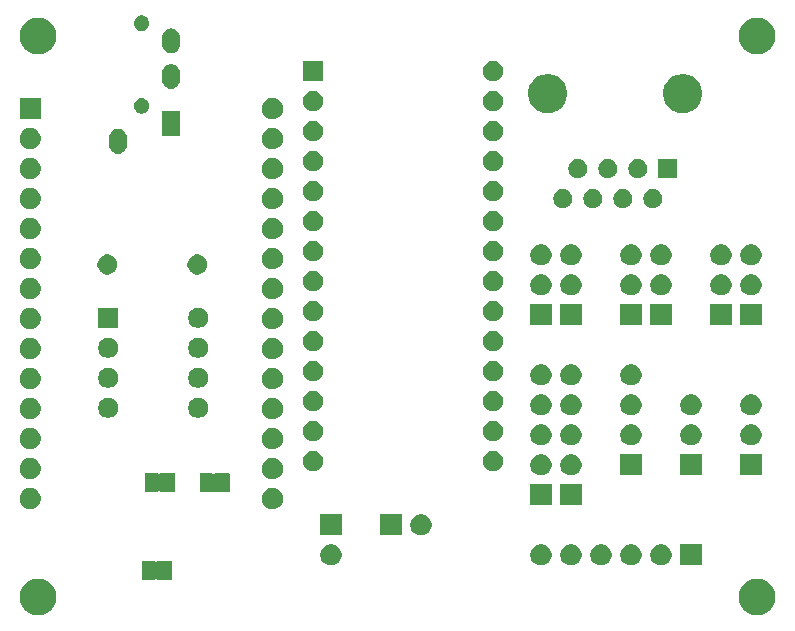
<source format=gbr>
G04 #@! TF.GenerationSoftware,KiCad,Pcbnew,(5.1.5)-3*
G04 #@! TF.CreationDate,2020-05-03T22:11:52-05:00*
G04 #@! TF.ProjectId,ControlBoardT4_28PinSound,436f6e74-726f-46c4-926f-61726454345f,rev?*
G04 #@! TF.SameCoordinates,Original*
G04 #@! TF.FileFunction,Soldermask,Top*
G04 #@! TF.FilePolarity,Negative*
%FSLAX46Y46*%
G04 Gerber Fmt 4.6, Leading zero omitted, Abs format (unit mm)*
G04 Created by KiCad (PCBNEW (5.1.5)-3) date 2020-05-03 22:11:52*
%MOMM*%
%LPD*%
G04 APERTURE LIST*
%ADD10C,0.100000*%
G04 APERTURE END LIST*
D10*
G36*
X173204641Y-118638437D02*
G01*
X173376410Y-118672604D01*
X173658674Y-118789521D01*
X173912705Y-118959259D01*
X174128741Y-119175295D01*
X174298479Y-119429326D01*
X174415396Y-119711590D01*
X174475000Y-120011240D01*
X174475000Y-120316760D01*
X174415396Y-120616410D01*
X174298479Y-120898674D01*
X174128741Y-121152705D01*
X173912705Y-121368741D01*
X173658674Y-121538479D01*
X173376410Y-121655396D01*
X173226585Y-121685198D01*
X173076761Y-121715000D01*
X172771239Y-121715000D01*
X172621415Y-121685198D01*
X172471590Y-121655396D01*
X172189326Y-121538479D01*
X171935295Y-121368741D01*
X171719259Y-121152705D01*
X171549521Y-120898674D01*
X171432604Y-120616410D01*
X171373000Y-120316760D01*
X171373000Y-120011240D01*
X171432604Y-119711590D01*
X171549521Y-119429326D01*
X171719259Y-119175295D01*
X171935295Y-118959259D01*
X172189326Y-118789521D01*
X172471590Y-118672604D01*
X172643359Y-118638437D01*
X172771239Y-118613000D01*
X173076761Y-118613000D01*
X173204641Y-118638437D01*
G37*
G36*
X112314641Y-118638437D02*
G01*
X112486410Y-118672604D01*
X112768674Y-118789521D01*
X113022705Y-118959259D01*
X113238741Y-119175295D01*
X113408479Y-119429326D01*
X113525396Y-119711590D01*
X113585000Y-120011240D01*
X113585000Y-120316760D01*
X113525396Y-120616410D01*
X113408479Y-120898674D01*
X113238741Y-121152705D01*
X113022705Y-121368741D01*
X112768674Y-121538479D01*
X112486410Y-121655396D01*
X112336585Y-121685198D01*
X112186761Y-121715000D01*
X111881239Y-121715000D01*
X111731415Y-121685198D01*
X111581590Y-121655396D01*
X111299326Y-121538479D01*
X111045295Y-121368741D01*
X110829259Y-121152705D01*
X110659521Y-120898674D01*
X110542604Y-120616410D01*
X110483000Y-120316760D01*
X110483000Y-120011240D01*
X110542604Y-119711590D01*
X110659521Y-119429326D01*
X110829259Y-119175295D01*
X111045295Y-118959259D01*
X111299326Y-118789521D01*
X111581590Y-118672604D01*
X111753359Y-118638437D01*
X111881239Y-118613000D01*
X112186761Y-118613000D01*
X112314641Y-118638437D01*
G37*
G36*
X121895499Y-117119237D02*
G01*
X121905108Y-117122152D01*
X121913972Y-117126890D01*
X121921712Y-117133242D01*
X121921713Y-117133243D01*
X121921737Y-117133263D01*
X121928140Y-117141073D01*
X121928177Y-117141128D01*
X121935980Y-117150647D01*
X121936011Y-117150622D01*
X121947353Y-117164472D01*
X121966279Y-117180037D01*
X121987877Y-117191611D01*
X122011319Y-117198749D01*
X122035702Y-117201176D01*
X122060091Y-117198800D01*
X122083547Y-117191711D01*
X122105170Y-117180182D01*
X122124128Y-117164657D01*
X122139693Y-117145731D01*
X122141529Y-117142675D01*
X122142918Y-117140986D01*
X122142919Y-117140984D01*
X122149301Y-117133225D01*
X122157073Y-117126860D01*
X122157075Y-117126858D01*
X122165899Y-117122154D01*
X122165938Y-117122133D01*
X122175555Y-117119227D01*
X122175585Y-117119218D01*
X122191613Y-117117648D01*
X123329360Y-117117648D01*
X123345499Y-117119237D01*
X123355108Y-117122152D01*
X123363972Y-117126890D01*
X123371737Y-117133263D01*
X123378110Y-117141028D01*
X123382848Y-117149892D01*
X123385763Y-117159501D01*
X123387352Y-117175640D01*
X123387352Y-118663360D01*
X123385763Y-118679499D01*
X123382848Y-118689108D01*
X123378110Y-118697972D01*
X123371737Y-118705737D01*
X123363972Y-118712110D01*
X123355108Y-118716848D01*
X123345499Y-118719763D01*
X123329360Y-118721352D01*
X122191640Y-118721352D01*
X122175501Y-118719763D01*
X122165892Y-118716848D01*
X122157028Y-118712110D01*
X122149263Y-118705737D01*
X122138616Y-118692763D01*
X122132447Y-118683532D01*
X122115119Y-118666206D01*
X122094744Y-118652593D01*
X122072105Y-118643217D01*
X122048072Y-118638437D01*
X122023568Y-118638438D01*
X121999535Y-118643220D01*
X121976896Y-118652598D01*
X121956522Y-118666213D01*
X121939196Y-118683541D01*
X121932325Y-118692817D01*
X121928140Y-118697927D01*
X121921775Y-118705699D01*
X121914016Y-118712081D01*
X121905161Y-118716826D01*
X121902123Y-118717751D01*
X121895585Y-118719742D01*
X121895582Y-118719742D01*
X121895550Y-118719752D01*
X121885500Y-118720747D01*
X121885435Y-118720747D01*
X121879325Y-118721352D01*
X120891640Y-118721352D01*
X120875501Y-118719763D01*
X120865892Y-118716848D01*
X120857028Y-118712110D01*
X120849263Y-118705737D01*
X120842890Y-118697972D01*
X120838152Y-118689108D01*
X120835237Y-118679499D01*
X120833648Y-118663360D01*
X120833648Y-117175640D01*
X120835237Y-117159501D01*
X120838152Y-117149892D01*
X120842890Y-117141028D01*
X120849263Y-117133263D01*
X120857028Y-117126890D01*
X120865892Y-117122152D01*
X120875501Y-117119237D01*
X120891640Y-117117648D01*
X121879360Y-117117648D01*
X121895499Y-117119237D01*
G37*
G36*
X159816012Y-115689927D02*
G01*
X159965312Y-115719624D01*
X160129284Y-115787544D01*
X160276854Y-115886147D01*
X160402353Y-116011646D01*
X160500956Y-116159216D01*
X160568876Y-116323188D01*
X160603500Y-116497259D01*
X160603500Y-116674741D01*
X160568876Y-116848812D01*
X160500956Y-117012784D01*
X160402353Y-117160354D01*
X160276854Y-117285853D01*
X160129284Y-117384456D01*
X159965312Y-117452376D01*
X159816012Y-117482073D01*
X159791242Y-117487000D01*
X159613758Y-117487000D01*
X159588988Y-117482073D01*
X159439688Y-117452376D01*
X159275716Y-117384456D01*
X159128146Y-117285853D01*
X159002647Y-117160354D01*
X158904044Y-117012784D01*
X158836124Y-116848812D01*
X158801500Y-116674741D01*
X158801500Y-116497259D01*
X158836124Y-116323188D01*
X158904044Y-116159216D01*
X159002647Y-116011646D01*
X159128146Y-115886147D01*
X159275716Y-115787544D01*
X159439688Y-115719624D01*
X159588988Y-115689927D01*
X159613758Y-115685000D01*
X159791242Y-115685000D01*
X159816012Y-115689927D01*
G37*
G36*
X162356012Y-115689927D02*
G01*
X162505312Y-115719624D01*
X162669284Y-115787544D01*
X162816854Y-115886147D01*
X162942353Y-116011646D01*
X163040956Y-116159216D01*
X163108876Y-116323188D01*
X163143500Y-116497259D01*
X163143500Y-116674741D01*
X163108876Y-116848812D01*
X163040956Y-117012784D01*
X162942353Y-117160354D01*
X162816854Y-117285853D01*
X162669284Y-117384456D01*
X162505312Y-117452376D01*
X162356012Y-117482073D01*
X162331242Y-117487000D01*
X162153758Y-117487000D01*
X162128988Y-117482073D01*
X161979688Y-117452376D01*
X161815716Y-117384456D01*
X161668146Y-117285853D01*
X161542647Y-117160354D01*
X161444044Y-117012784D01*
X161376124Y-116848812D01*
X161341500Y-116674741D01*
X161341500Y-116497259D01*
X161376124Y-116323188D01*
X161444044Y-116159216D01*
X161542647Y-116011646D01*
X161668146Y-115886147D01*
X161815716Y-115787544D01*
X161979688Y-115719624D01*
X162128988Y-115689927D01*
X162153758Y-115685000D01*
X162331242Y-115685000D01*
X162356012Y-115689927D01*
G37*
G36*
X157276012Y-115689927D02*
G01*
X157425312Y-115719624D01*
X157589284Y-115787544D01*
X157736854Y-115886147D01*
X157862353Y-116011646D01*
X157960956Y-116159216D01*
X158028876Y-116323188D01*
X158063500Y-116497259D01*
X158063500Y-116674741D01*
X158028876Y-116848812D01*
X157960956Y-117012784D01*
X157862353Y-117160354D01*
X157736854Y-117285853D01*
X157589284Y-117384456D01*
X157425312Y-117452376D01*
X157276012Y-117482073D01*
X157251242Y-117487000D01*
X157073758Y-117487000D01*
X157048988Y-117482073D01*
X156899688Y-117452376D01*
X156735716Y-117384456D01*
X156588146Y-117285853D01*
X156462647Y-117160354D01*
X156364044Y-117012784D01*
X156296124Y-116848812D01*
X156261500Y-116674741D01*
X156261500Y-116497259D01*
X156296124Y-116323188D01*
X156364044Y-116159216D01*
X156462647Y-116011646D01*
X156588146Y-115886147D01*
X156735716Y-115787544D01*
X156899688Y-115719624D01*
X157048988Y-115689927D01*
X157073758Y-115685000D01*
X157251242Y-115685000D01*
X157276012Y-115689927D01*
G37*
G36*
X154736012Y-115689927D02*
G01*
X154885312Y-115719624D01*
X155049284Y-115787544D01*
X155196854Y-115886147D01*
X155322353Y-116011646D01*
X155420956Y-116159216D01*
X155488876Y-116323188D01*
X155523500Y-116497259D01*
X155523500Y-116674741D01*
X155488876Y-116848812D01*
X155420956Y-117012784D01*
X155322353Y-117160354D01*
X155196854Y-117285853D01*
X155049284Y-117384456D01*
X154885312Y-117452376D01*
X154736012Y-117482073D01*
X154711242Y-117487000D01*
X154533758Y-117487000D01*
X154508988Y-117482073D01*
X154359688Y-117452376D01*
X154195716Y-117384456D01*
X154048146Y-117285853D01*
X153922647Y-117160354D01*
X153824044Y-117012784D01*
X153756124Y-116848812D01*
X153721500Y-116674741D01*
X153721500Y-116497259D01*
X153756124Y-116323188D01*
X153824044Y-116159216D01*
X153922647Y-116011646D01*
X154048146Y-115886147D01*
X154195716Y-115787544D01*
X154359688Y-115719624D01*
X154508988Y-115689927D01*
X154533758Y-115685000D01*
X154711242Y-115685000D01*
X154736012Y-115689927D01*
G37*
G36*
X168223500Y-117487000D02*
G01*
X166421500Y-117487000D01*
X166421500Y-115685000D01*
X168223500Y-115685000D01*
X168223500Y-117487000D01*
G37*
G36*
X164896012Y-115689927D02*
G01*
X165045312Y-115719624D01*
X165209284Y-115787544D01*
X165356854Y-115886147D01*
X165482353Y-116011646D01*
X165580956Y-116159216D01*
X165648876Y-116323188D01*
X165683500Y-116497259D01*
X165683500Y-116674741D01*
X165648876Y-116848812D01*
X165580956Y-117012784D01*
X165482353Y-117160354D01*
X165356854Y-117285853D01*
X165209284Y-117384456D01*
X165045312Y-117452376D01*
X164896012Y-117482073D01*
X164871242Y-117487000D01*
X164693758Y-117487000D01*
X164668988Y-117482073D01*
X164519688Y-117452376D01*
X164355716Y-117384456D01*
X164208146Y-117285853D01*
X164082647Y-117160354D01*
X163984044Y-117012784D01*
X163916124Y-116848812D01*
X163881500Y-116674741D01*
X163881500Y-116497259D01*
X163916124Y-116323188D01*
X163984044Y-116159216D01*
X164082647Y-116011646D01*
X164208146Y-115886147D01*
X164355716Y-115787544D01*
X164519688Y-115719624D01*
X164668988Y-115689927D01*
X164693758Y-115685000D01*
X164871242Y-115685000D01*
X164896012Y-115689927D01*
G37*
G36*
X136956012Y-115689927D02*
G01*
X137105312Y-115719624D01*
X137269284Y-115787544D01*
X137416854Y-115886147D01*
X137542353Y-116011646D01*
X137640956Y-116159216D01*
X137708876Y-116323188D01*
X137743500Y-116497259D01*
X137743500Y-116674741D01*
X137708876Y-116848812D01*
X137640956Y-117012784D01*
X137542353Y-117160354D01*
X137416854Y-117285853D01*
X137269284Y-117384456D01*
X137105312Y-117452376D01*
X136956012Y-117482073D01*
X136931242Y-117487000D01*
X136753758Y-117487000D01*
X136728988Y-117482073D01*
X136579688Y-117452376D01*
X136415716Y-117384456D01*
X136268146Y-117285853D01*
X136142647Y-117160354D01*
X136044044Y-117012784D01*
X135976124Y-116848812D01*
X135941500Y-116674741D01*
X135941500Y-116497259D01*
X135976124Y-116323188D01*
X136044044Y-116159216D01*
X136142647Y-116011646D01*
X136268146Y-115886147D01*
X136415716Y-115787544D01*
X136579688Y-115719624D01*
X136728988Y-115689927D01*
X136753758Y-115685000D01*
X136931242Y-115685000D01*
X136956012Y-115689927D01*
G37*
G36*
X142823500Y-114947000D02*
G01*
X141021500Y-114947000D01*
X141021500Y-113145000D01*
X142823500Y-113145000D01*
X142823500Y-114947000D01*
G37*
G36*
X144576012Y-113149927D02*
G01*
X144725312Y-113179624D01*
X144889284Y-113247544D01*
X145036854Y-113346147D01*
X145162353Y-113471646D01*
X145260956Y-113619216D01*
X145328876Y-113783188D01*
X145363500Y-113957259D01*
X145363500Y-114134741D01*
X145328876Y-114308812D01*
X145260956Y-114472784D01*
X145162353Y-114620354D01*
X145036854Y-114745853D01*
X144889284Y-114844456D01*
X144725312Y-114912376D01*
X144576012Y-114942073D01*
X144551242Y-114947000D01*
X144373758Y-114947000D01*
X144348988Y-114942073D01*
X144199688Y-114912376D01*
X144035716Y-114844456D01*
X143888146Y-114745853D01*
X143762647Y-114620354D01*
X143664044Y-114472784D01*
X143596124Y-114308812D01*
X143561500Y-114134741D01*
X143561500Y-113957259D01*
X143596124Y-113783188D01*
X143664044Y-113619216D01*
X143762647Y-113471646D01*
X143888146Y-113346147D01*
X144035716Y-113247544D01*
X144199688Y-113179624D01*
X144348988Y-113149927D01*
X144373758Y-113145000D01*
X144551242Y-113145000D01*
X144576012Y-113149927D01*
G37*
G36*
X137743500Y-114947000D02*
G01*
X135941500Y-114947000D01*
X135941500Y-113145000D01*
X137743500Y-113145000D01*
X137743500Y-114947000D01*
G37*
G36*
X131992512Y-110927427D02*
G01*
X132141812Y-110957124D01*
X132305784Y-111025044D01*
X132453354Y-111123647D01*
X132578853Y-111249146D01*
X132677456Y-111396716D01*
X132745376Y-111560688D01*
X132780000Y-111734759D01*
X132780000Y-111912241D01*
X132745376Y-112086312D01*
X132677456Y-112250284D01*
X132578853Y-112397854D01*
X132453354Y-112523353D01*
X132305784Y-112621956D01*
X132141812Y-112689876D01*
X131992512Y-112719573D01*
X131967742Y-112724500D01*
X131790258Y-112724500D01*
X131765488Y-112719573D01*
X131616188Y-112689876D01*
X131452216Y-112621956D01*
X131304646Y-112523353D01*
X131179147Y-112397854D01*
X131080544Y-112250284D01*
X131012624Y-112086312D01*
X130978000Y-111912241D01*
X130978000Y-111734759D01*
X131012624Y-111560688D01*
X131080544Y-111396716D01*
X131179147Y-111249146D01*
X131304646Y-111123647D01*
X131452216Y-111025044D01*
X131616188Y-110957124D01*
X131765488Y-110927427D01*
X131790258Y-110922500D01*
X131967742Y-110922500D01*
X131992512Y-110927427D01*
G37*
G36*
X111492512Y-110927427D02*
G01*
X111641812Y-110957124D01*
X111805784Y-111025044D01*
X111953354Y-111123647D01*
X112078853Y-111249146D01*
X112177456Y-111396716D01*
X112245376Y-111560688D01*
X112280000Y-111734759D01*
X112280000Y-111912241D01*
X112245376Y-112086312D01*
X112177456Y-112250284D01*
X112078853Y-112397854D01*
X111953354Y-112523353D01*
X111805784Y-112621956D01*
X111641812Y-112689876D01*
X111492512Y-112719573D01*
X111467742Y-112724500D01*
X111290258Y-112724500D01*
X111265488Y-112719573D01*
X111116188Y-112689876D01*
X110952216Y-112621956D01*
X110804646Y-112523353D01*
X110679147Y-112397854D01*
X110580544Y-112250284D01*
X110512624Y-112086312D01*
X110478000Y-111912241D01*
X110478000Y-111734759D01*
X110512624Y-111560688D01*
X110580544Y-111396716D01*
X110679147Y-111249146D01*
X110804646Y-111123647D01*
X110952216Y-111025044D01*
X111116188Y-110957124D01*
X111265488Y-110927427D01*
X111290258Y-110922500D01*
X111467742Y-110922500D01*
X111492512Y-110927427D01*
G37*
G36*
X155523500Y-112407000D02*
G01*
X153721500Y-112407000D01*
X153721500Y-110605000D01*
X155523500Y-110605000D01*
X155523500Y-112407000D01*
G37*
G36*
X158063500Y-112407000D02*
G01*
X156261500Y-112407000D01*
X156261500Y-110605000D01*
X158063500Y-110605000D01*
X158063500Y-112407000D01*
G37*
G36*
X126784999Y-109689737D02*
G01*
X126794608Y-109692652D01*
X126803472Y-109697390D01*
X126811212Y-109703742D01*
X126811213Y-109703743D01*
X126811237Y-109703763D01*
X126817640Y-109711573D01*
X126817677Y-109711628D01*
X126825480Y-109721147D01*
X126825511Y-109721122D01*
X126836853Y-109734972D01*
X126855779Y-109750537D01*
X126877377Y-109762111D01*
X126900819Y-109769249D01*
X126925202Y-109771676D01*
X126949591Y-109769300D01*
X126973047Y-109762211D01*
X126994670Y-109750682D01*
X127013628Y-109735157D01*
X127029193Y-109716231D01*
X127031029Y-109713175D01*
X127032418Y-109711486D01*
X127032419Y-109711484D01*
X127038801Y-109703725D01*
X127046573Y-109697360D01*
X127046575Y-109697358D01*
X127055399Y-109692654D01*
X127055438Y-109692633D01*
X127065055Y-109689727D01*
X127065085Y-109689718D01*
X127081113Y-109688148D01*
X128218860Y-109688148D01*
X128234999Y-109689737D01*
X128244608Y-109692652D01*
X128253472Y-109697390D01*
X128261237Y-109703763D01*
X128267610Y-109711528D01*
X128272348Y-109720392D01*
X128275263Y-109730001D01*
X128276852Y-109746140D01*
X128276852Y-111233860D01*
X128275263Y-111249999D01*
X128272348Y-111259608D01*
X128267610Y-111268472D01*
X128261237Y-111276237D01*
X128253472Y-111282610D01*
X128244608Y-111287348D01*
X128234999Y-111290263D01*
X128218860Y-111291852D01*
X127081140Y-111291852D01*
X127065001Y-111290263D01*
X127055392Y-111287348D01*
X127046528Y-111282610D01*
X127038763Y-111276237D01*
X127028116Y-111263263D01*
X127021947Y-111254032D01*
X127004619Y-111236706D01*
X126984244Y-111223093D01*
X126961605Y-111213717D01*
X126937572Y-111208937D01*
X126913068Y-111208938D01*
X126889035Y-111213720D01*
X126866396Y-111223098D01*
X126846022Y-111236713D01*
X126828696Y-111254041D01*
X126821825Y-111263317D01*
X126817640Y-111268427D01*
X126811275Y-111276199D01*
X126803516Y-111282581D01*
X126794661Y-111287326D01*
X126791623Y-111288251D01*
X126785085Y-111290242D01*
X126785082Y-111290242D01*
X126785050Y-111290252D01*
X126775000Y-111291247D01*
X126774935Y-111291247D01*
X126768825Y-111291852D01*
X125781140Y-111291852D01*
X125765001Y-111290263D01*
X125755392Y-111287348D01*
X125746528Y-111282610D01*
X125738763Y-111276237D01*
X125732390Y-111268472D01*
X125727652Y-111259608D01*
X125724737Y-111249999D01*
X125723148Y-111233860D01*
X125723148Y-109746140D01*
X125724737Y-109730001D01*
X125727652Y-109720392D01*
X125732390Y-109711528D01*
X125738763Y-109703763D01*
X125746528Y-109697390D01*
X125755392Y-109692652D01*
X125765001Y-109689737D01*
X125781140Y-109688148D01*
X126768860Y-109688148D01*
X126784999Y-109689737D01*
G37*
G36*
X122149499Y-109689737D02*
G01*
X122159108Y-109692652D01*
X122167972Y-109697390D01*
X122175712Y-109703742D01*
X122175713Y-109703743D01*
X122175737Y-109703763D01*
X122182140Y-109711573D01*
X122182177Y-109711628D01*
X122189980Y-109721147D01*
X122190011Y-109721122D01*
X122201353Y-109734972D01*
X122220279Y-109750537D01*
X122241877Y-109762111D01*
X122265319Y-109769249D01*
X122289702Y-109771676D01*
X122314091Y-109769300D01*
X122337547Y-109762211D01*
X122359170Y-109750682D01*
X122378128Y-109735157D01*
X122393693Y-109716231D01*
X122395529Y-109713175D01*
X122396918Y-109711486D01*
X122396919Y-109711484D01*
X122403301Y-109703725D01*
X122411073Y-109697360D01*
X122411075Y-109697358D01*
X122419899Y-109692654D01*
X122419938Y-109692633D01*
X122429555Y-109689727D01*
X122429585Y-109689718D01*
X122445613Y-109688148D01*
X123583360Y-109688148D01*
X123599499Y-109689737D01*
X123609108Y-109692652D01*
X123617972Y-109697390D01*
X123625737Y-109703763D01*
X123632110Y-109711528D01*
X123636848Y-109720392D01*
X123639763Y-109730001D01*
X123641352Y-109746140D01*
X123641352Y-111233860D01*
X123639763Y-111249999D01*
X123636848Y-111259608D01*
X123632110Y-111268472D01*
X123625737Y-111276237D01*
X123617972Y-111282610D01*
X123609108Y-111287348D01*
X123599499Y-111290263D01*
X123583360Y-111291852D01*
X122445640Y-111291852D01*
X122429501Y-111290263D01*
X122419892Y-111287348D01*
X122411028Y-111282610D01*
X122403263Y-111276237D01*
X122392616Y-111263263D01*
X122386447Y-111254032D01*
X122369119Y-111236706D01*
X122348744Y-111223093D01*
X122326105Y-111213717D01*
X122302072Y-111208937D01*
X122277568Y-111208938D01*
X122253535Y-111213720D01*
X122230896Y-111223098D01*
X122210522Y-111236713D01*
X122193196Y-111254041D01*
X122186325Y-111263317D01*
X122182140Y-111268427D01*
X122175775Y-111276199D01*
X122168016Y-111282581D01*
X122159161Y-111287326D01*
X122156123Y-111288251D01*
X122149585Y-111290242D01*
X122149582Y-111290242D01*
X122149550Y-111290252D01*
X122139500Y-111291247D01*
X122139435Y-111291247D01*
X122133325Y-111291852D01*
X121145640Y-111291852D01*
X121129501Y-111290263D01*
X121119892Y-111287348D01*
X121111028Y-111282610D01*
X121103263Y-111276237D01*
X121096890Y-111268472D01*
X121092152Y-111259608D01*
X121089237Y-111249999D01*
X121087648Y-111233860D01*
X121087648Y-109746140D01*
X121089237Y-109730001D01*
X121092152Y-109720392D01*
X121096890Y-109711528D01*
X121103263Y-109703763D01*
X121111028Y-109697390D01*
X121119892Y-109692652D01*
X121129501Y-109689737D01*
X121145640Y-109688148D01*
X122133360Y-109688148D01*
X122149499Y-109689737D01*
G37*
G36*
X111492512Y-108387427D02*
G01*
X111641812Y-108417124D01*
X111805784Y-108485044D01*
X111953354Y-108583647D01*
X112078853Y-108709146D01*
X112177456Y-108856716D01*
X112245376Y-109020688D01*
X112280000Y-109194759D01*
X112280000Y-109372241D01*
X112245376Y-109546312D01*
X112177456Y-109710284D01*
X112078853Y-109857854D01*
X111953354Y-109983353D01*
X111805784Y-110081956D01*
X111641812Y-110149876D01*
X111492512Y-110179573D01*
X111467742Y-110184500D01*
X111290258Y-110184500D01*
X111265488Y-110179573D01*
X111116188Y-110149876D01*
X110952216Y-110081956D01*
X110804646Y-109983353D01*
X110679147Y-109857854D01*
X110580544Y-109710284D01*
X110512624Y-109546312D01*
X110478000Y-109372241D01*
X110478000Y-109194759D01*
X110512624Y-109020688D01*
X110580544Y-108856716D01*
X110679147Y-108709146D01*
X110804646Y-108583647D01*
X110952216Y-108485044D01*
X111116188Y-108417124D01*
X111265488Y-108387427D01*
X111290258Y-108382500D01*
X111467742Y-108382500D01*
X111492512Y-108387427D01*
G37*
G36*
X131992512Y-108387427D02*
G01*
X132141812Y-108417124D01*
X132305784Y-108485044D01*
X132453354Y-108583647D01*
X132578853Y-108709146D01*
X132677456Y-108856716D01*
X132745376Y-109020688D01*
X132780000Y-109194759D01*
X132780000Y-109372241D01*
X132745376Y-109546312D01*
X132677456Y-109710284D01*
X132578853Y-109857854D01*
X132453354Y-109983353D01*
X132305784Y-110081956D01*
X132141812Y-110149876D01*
X131992512Y-110179573D01*
X131967742Y-110184500D01*
X131790258Y-110184500D01*
X131765488Y-110179573D01*
X131616188Y-110149876D01*
X131452216Y-110081956D01*
X131304646Y-109983353D01*
X131179147Y-109857854D01*
X131080544Y-109710284D01*
X131012624Y-109546312D01*
X130978000Y-109372241D01*
X130978000Y-109194759D01*
X131012624Y-109020688D01*
X131080544Y-108856716D01*
X131179147Y-108709146D01*
X131304646Y-108583647D01*
X131452216Y-108485044D01*
X131616188Y-108417124D01*
X131765488Y-108387427D01*
X131790258Y-108382500D01*
X131967742Y-108382500D01*
X131992512Y-108387427D01*
G37*
G36*
X157276012Y-108069927D02*
G01*
X157425312Y-108099624D01*
X157589284Y-108167544D01*
X157736854Y-108266147D01*
X157862353Y-108391646D01*
X157960956Y-108539216D01*
X158028876Y-108703188D01*
X158063500Y-108877259D01*
X158063500Y-109054741D01*
X158028876Y-109228812D01*
X157960956Y-109392784D01*
X157862353Y-109540354D01*
X157736854Y-109665853D01*
X157589284Y-109764456D01*
X157425312Y-109832376D01*
X157276012Y-109862073D01*
X157251242Y-109867000D01*
X157073758Y-109867000D01*
X157048988Y-109862073D01*
X156899688Y-109832376D01*
X156735716Y-109764456D01*
X156588146Y-109665853D01*
X156462647Y-109540354D01*
X156364044Y-109392784D01*
X156296124Y-109228812D01*
X156261500Y-109054741D01*
X156261500Y-108877259D01*
X156296124Y-108703188D01*
X156364044Y-108539216D01*
X156462647Y-108391646D01*
X156588146Y-108266147D01*
X156735716Y-108167544D01*
X156899688Y-108099624D01*
X157048988Y-108069927D01*
X157073758Y-108065000D01*
X157251242Y-108065000D01*
X157276012Y-108069927D01*
G37*
G36*
X168223500Y-109867000D02*
G01*
X166421500Y-109867000D01*
X166421500Y-108065000D01*
X168223500Y-108065000D01*
X168223500Y-109867000D01*
G37*
G36*
X173303500Y-109867000D02*
G01*
X171501500Y-109867000D01*
X171501500Y-108065000D01*
X173303500Y-108065000D01*
X173303500Y-109867000D01*
G37*
G36*
X154736012Y-108069927D02*
G01*
X154885312Y-108099624D01*
X155049284Y-108167544D01*
X155196854Y-108266147D01*
X155322353Y-108391646D01*
X155420956Y-108539216D01*
X155488876Y-108703188D01*
X155523500Y-108877259D01*
X155523500Y-109054741D01*
X155488876Y-109228812D01*
X155420956Y-109392784D01*
X155322353Y-109540354D01*
X155196854Y-109665853D01*
X155049284Y-109764456D01*
X154885312Y-109832376D01*
X154736012Y-109862073D01*
X154711242Y-109867000D01*
X154533758Y-109867000D01*
X154508988Y-109862073D01*
X154359688Y-109832376D01*
X154195716Y-109764456D01*
X154048146Y-109665853D01*
X153922647Y-109540354D01*
X153824044Y-109392784D01*
X153756124Y-109228812D01*
X153721500Y-109054741D01*
X153721500Y-108877259D01*
X153756124Y-108703188D01*
X153824044Y-108539216D01*
X153922647Y-108391646D01*
X154048146Y-108266147D01*
X154195716Y-108167544D01*
X154359688Y-108099624D01*
X154508988Y-108069927D01*
X154533758Y-108065000D01*
X154711242Y-108065000D01*
X154736012Y-108069927D01*
G37*
G36*
X163143500Y-109867000D02*
G01*
X161341500Y-109867000D01*
X161341500Y-108065000D01*
X163143500Y-108065000D01*
X163143500Y-109867000D01*
G37*
G36*
X135566728Y-107830203D02*
G01*
X135721600Y-107894353D01*
X135860981Y-107987485D01*
X135979515Y-108106019D01*
X136072647Y-108245400D01*
X136136797Y-108400272D01*
X136169500Y-108564684D01*
X136169500Y-108732316D01*
X136136797Y-108896728D01*
X136072647Y-109051600D01*
X135979515Y-109190981D01*
X135860981Y-109309515D01*
X135721600Y-109402647D01*
X135566728Y-109466797D01*
X135402316Y-109499500D01*
X135234684Y-109499500D01*
X135070272Y-109466797D01*
X134915400Y-109402647D01*
X134776019Y-109309515D01*
X134657485Y-109190981D01*
X134564353Y-109051600D01*
X134500203Y-108896728D01*
X134467500Y-108732316D01*
X134467500Y-108564684D01*
X134500203Y-108400272D01*
X134564353Y-108245400D01*
X134657485Y-108106019D01*
X134776019Y-107987485D01*
X134915400Y-107894353D01*
X135070272Y-107830203D01*
X135234684Y-107797500D01*
X135402316Y-107797500D01*
X135566728Y-107830203D01*
G37*
G36*
X150806728Y-107830203D02*
G01*
X150961600Y-107894353D01*
X151100981Y-107987485D01*
X151219515Y-108106019D01*
X151312647Y-108245400D01*
X151376797Y-108400272D01*
X151409500Y-108564684D01*
X151409500Y-108732316D01*
X151376797Y-108896728D01*
X151312647Y-109051600D01*
X151219515Y-109190981D01*
X151100981Y-109309515D01*
X150961600Y-109402647D01*
X150806728Y-109466797D01*
X150642316Y-109499500D01*
X150474684Y-109499500D01*
X150310272Y-109466797D01*
X150155400Y-109402647D01*
X150016019Y-109309515D01*
X149897485Y-109190981D01*
X149804353Y-109051600D01*
X149740203Y-108896728D01*
X149707500Y-108732316D01*
X149707500Y-108564684D01*
X149740203Y-108400272D01*
X149804353Y-108245400D01*
X149897485Y-108106019D01*
X150016019Y-107987485D01*
X150155400Y-107894353D01*
X150310272Y-107830203D01*
X150474684Y-107797500D01*
X150642316Y-107797500D01*
X150806728Y-107830203D01*
G37*
G36*
X111492512Y-105847427D02*
G01*
X111641812Y-105877124D01*
X111805784Y-105945044D01*
X111953354Y-106043647D01*
X112078853Y-106169146D01*
X112177456Y-106316716D01*
X112245376Y-106480688D01*
X112280000Y-106654759D01*
X112280000Y-106832241D01*
X112245376Y-107006312D01*
X112177456Y-107170284D01*
X112078853Y-107317854D01*
X111953354Y-107443353D01*
X111805784Y-107541956D01*
X111641812Y-107609876D01*
X111492512Y-107639573D01*
X111467742Y-107644500D01*
X111290258Y-107644500D01*
X111265488Y-107639573D01*
X111116188Y-107609876D01*
X110952216Y-107541956D01*
X110804646Y-107443353D01*
X110679147Y-107317854D01*
X110580544Y-107170284D01*
X110512624Y-107006312D01*
X110478000Y-106832241D01*
X110478000Y-106654759D01*
X110512624Y-106480688D01*
X110580544Y-106316716D01*
X110679147Y-106169146D01*
X110804646Y-106043647D01*
X110952216Y-105945044D01*
X111116188Y-105877124D01*
X111265488Y-105847427D01*
X111290258Y-105842500D01*
X111467742Y-105842500D01*
X111492512Y-105847427D01*
G37*
G36*
X131992512Y-105847427D02*
G01*
X132141812Y-105877124D01*
X132305784Y-105945044D01*
X132453354Y-106043647D01*
X132578853Y-106169146D01*
X132677456Y-106316716D01*
X132745376Y-106480688D01*
X132780000Y-106654759D01*
X132780000Y-106832241D01*
X132745376Y-107006312D01*
X132677456Y-107170284D01*
X132578853Y-107317854D01*
X132453354Y-107443353D01*
X132305784Y-107541956D01*
X132141812Y-107609876D01*
X131992512Y-107639573D01*
X131967742Y-107644500D01*
X131790258Y-107644500D01*
X131765488Y-107639573D01*
X131616188Y-107609876D01*
X131452216Y-107541956D01*
X131304646Y-107443353D01*
X131179147Y-107317854D01*
X131080544Y-107170284D01*
X131012624Y-107006312D01*
X130978000Y-106832241D01*
X130978000Y-106654759D01*
X131012624Y-106480688D01*
X131080544Y-106316716D01*
X131179147Y-106169146D01*
X131304646Y-106043647D01*
X131452216Y-105945044D01*
X131616188Y-105877124D01*
X131765488Y-105847427D01*
X131790258Y-105842500D01*
X131967742Y-105842500D01*
X131992512Y-105847427D01*
G37*
G36*
X167436012Y-105529927D02*
G01*
X167585312Y-105559624D01*
X167749284Y-105627544D01*
X167896854Y-105726147D01*
X168022353Y-105851646D01*
X168120956Y-105999216D01*
X168188876Y-106163188D01*
X168223500Y-106337259D01*
X168223500Y-106514741D01*
X168188876Y-106688812D01*
X168120956Y-106852784D01*
X168022353Y-107000354D01*
X167896854Y-107125853D01*
X167749284Y-107224456D01*
X167585312Y-107292376D01*
X167436012Y-107322073D01*
X167411242Y-107327000D01*
X167233758Y-107327000D01*
X167208988Y-107322073D01*
X167059688Y-107292376D01*
X166895716Y-107224456D01*
X166748146Y-107125853D01*
X166622647Y-107000354D01*
X166524044Y-106852784D01*
X166456124Y-106688812D01*
X166421500Y-106514741D01*
X166421500Y-106337259D01*
X166456124Y-106163188D01*
X166524044Y-105999216D01*
X166622647Y-105851646D01*
X166748146Y-105726147D01*
X166895716Y-105627544D01*
X167059688Y-105559624D01*
X167208988Y-105529927D01*
X167233758Y-105525000D01*
X167411242Y-105525000D01*
X167436012Y-105529927D01*
G37*
G36*
X154736012Y-105529927D02*
G01*
X154885312Y-105559624D01*
X155049284Y-105627544D01*
X155196854Y-105726147D01*
X155322353Y-105851646D01*
X155420956Y-105999216D01*
X155488876Y-106163188D01*
X155523500Y-106337259D01*
X155523500Y-106514741D01*
X155488876Y-106688812D01*
X155420956Y-106852784D01*
X155322353Y-107000354D01*
X155196854Y-107125853D01*
X155049284Y-107224456D01*
X154885312Y-107292376D01*
X154736012Y-107322073D01*
X154711242Y-107327000D01*
X154533758Y-107327000D01*
X154508988Y-107322073D01*
X154359688Y-107292376D01*
X154195716Y-107224456D01*
X154048146Y-107125853D01*
X153922647Y-107000354D01*
X153824044Y-106852784D01*
X153756124Y-106688812D01*
X153721500Y-106514741D01*
X153721500Y-106337259D01*
X153756124Y-106163188D01*
X153824044Y-105999216D01*
X153922647Y-105851646D01*
X154048146Y-105726147D01*
X154195716Y-105627544D01*
X154359688Y-105559624D01*
X154508988Y-105529927D01*
X154533758Y-105525000D01*
X154711242Y-105525000D01*
X154736012Y-105529927D01*
G37*
G36*
X157276012Y-105529927D02*
G01*
X157425312Y-105559624D01*
X157589284Y-105627544D01*
X157736854Y-105726147D01*
X157862353Y-105851646D01*
X157960956Y-105999216D01*
X158028876Y-106163188D01*
X158063500Y-106337259D01*
X158063500Y-106514741D01*
X158028876Y-106688812D01*
X157960956Y-106852784D01*
X157862353Y-107000354D01*
X157736854Y-107125853D01*
X157589284Y-107224456D01*
X157425312Y-107292376D01*
X157276012Y-107322073D01*
X157251242Y-107327000D01*
X157073758Y-107327000D01*
X157048988Y-107322073D01*
X156899688Y-107292376D01*
X156735716Y-107224456D01*
X156588146Y-107125853D01*
X156462647Y-107000354D01*
X156364044Y-106852784D01*
X156296124Y-106688812D01*
X156261500Y-106514741D01*
X156261500Y-106337259D01*
X156296124Y-106163188D01*
X156364044Y-105999216D01*
X156462647Y-105851646D01*
X156588146Y-105726147D01*
X156735716Y-105627544D01*
X156899688Y-105559624D01*
X157048988Y-105529927D01*
X157073758Y-105525000D01*
X157251242Y-105525000D01*
X157276012Y-105529927D01*
G37*
G36*
X172516012Y-105529927D02*
G01*
X172665312Y-105559624D01*
X172829284Y-105627544D01*
X172976854Y-105726147D01*
X173102353Y-105851646D01*
X173200956Y-105999216D01*
X173268876Y-106163188D01*
X173303500Y-106337259D01*
X173303500Y-106514741D01*
X173268876Y-106688812D01*
X173200956Y-106852784D01*
X173102353Y-107000354D01*
X172976854Y-107125853D01*
X172829284Y-107224456D01*
X172665312Y-107292376D01*
X172516012Y-107322073D01*
X172491242Y-107327000D01*
X172313758Y-107327000D01*
X172288988Y-107322073D01*
X172139688Y-107292376D01*
X171975716Y-107224456D01*
X171828146Y-107125853D01*
X171702647Y-107000354D01*
X171604044Y-106852784D01*
X171536124Y-106688812D01*
X171501500Y-106514741D01*
X171501500Y-106337259D01*
X171536124Y-106163188D01*
X171604044Y-105999216D01*
X171702647Y-105851646D01*
X171828146Y-105726147D01*
X171975716Y-105627544D01*
X172139688Y-105559624D01*
X172288988Y-105529927D01*
X172313758Y-105525000D01*
X172491242Y-105525000D01*
X172516012Y-105529927D01*
G37*
G36*
X162356012Y-105529927D02*
G01*
X162505312Y-105559624D01*
X162669284Y-105627544D01*
X162816854Y-105726147D01*
X162942353Y-105851646D01*
X163040956Y-105999216D01*
X163108876Y-106163188D01*
X163143500Y-106337259D01*
X163143500Y-106514741D01*
X163108876Y-106688812D01*
X163040956Y-106852784D01*
X162942353Y-107000354D01*
X162816854Y-107125853D01*
X162669284Y-107224456D01*
X162505312Y-107292376D01*
X162356012Y-107322073D01*
X162331242Y-107327000D01*
X162153758Y-107327000D01*
X162128988Y-107322073D01*
X161979688Y-107292376D01*
X161815716Y-107224456D01*
X161668146Y-107125853D01*
X161542647Y-107000354D01*
X161444044Y-106852784D01*
X161376124Y-106688812D01*
X161341500Y-106514741D01*
X161341500Y-106337259D01*
X161376124Y-106163188D01*
X161444044Y-105999216D01*
X161542647Y-105851646D01*
X161668146Y-105726147D01*
X161815716Y-105627544D01*
X161979688Y-105559624D01*
X162128988Y-105529927D01*
X162153758Y-105525000D01*
X162331242Y-105525000D01*
X162356012Y-105529927D01*
G37*
G36*
X135566728Y-105290203D02*
G01*
X135721600Y-105354353D01*
X135860981Y-105447485D01*
X135979515Y-105566019D01*
X136072647Y-105705400D01*
X136136797Y-105860272D01*
X136169500Y-106024684D01*
X136169500Y-106192316D01*
X136136797Y-106356728D01*
X136072647Y-106511600D01*
X135979515Y-106650981D01*
X135860981Y-106769515D01*
X135721600Y-106862647D01*
X135566728Y-106926797D01*
X135402316Y-106959500D01*
X135234684Y-106959500D01*
X135070272Y-106926797D01*
X134915400Y-106862647D01*
X134776019Y-106769515D01*
X134657485Y-106650981D01*
X134564353Y-106511600D01*
X134500203Y-106356728D01*
X134467500Y-106192316D01*
X134467500Y-106024684D01*
X134500203Y-105860272D01*
X134564353Y-105705400D01*
X134657485Y-105566019D01*
X134776019Y-105447485D01*
X134915400Y-105354353D01*
X135070272Y-105290203D01*
X135234684Y-105257500D01*
X135402316Y-105257500D01*
X135566728Y-105290203D01*
G37*
G36*
X150806728Y-105290203D02*
G01*
X150961600Y-105354353D01*
X151100981Y-105447485D01*
X151219515Y-105566019D01*
X151312647Y-105705400D01*
X151376797Y-105860272D01*
X151409500Y-106024684D01*
X151409500Y-106192316D01*
X151376797Y-106356728D01*
X151312647Y-106511600D01*
X151219515Y-106650981D01*
X151100981Y-106769515D01*
X150961600Y-106862647D01*
X150806728Y-106926797D01*
X150642316Y-106959500D01*
X150474684Y-106959500D01*
X150310272Y-106926797D01*
X150155400Y-106862647D01*
X150016019Y-106769515D01*
X149897485Y-106650981D01*
X149804353Y-106511600D01*
X149740203Y-106356728D01*
X149707500Y-106192316D01*
X149707500Y-106024684D01*
X149740203Y-105860272D01*
X149804353Y-105705400D01*
X149897485Y-105566019D01*
X150016019Y-105447485D01*
X150155400Y-105354353D01*
X150310272Y-105290203D01*
X150474684Y-105257500D01*
X150642316Y-105257500D01*
X150806728Y-105290203D01*
G37*
G36*
X131992512Y-103307427D02*
G01*
X132141812Y-103337124D01*
X132305784Y-103405044D01*
X132453354Y-103503647D01*
X132578853Y-103629146D01*
X132677456Y-103776716D01*
X132745376Y-103940688D01*
X132780000Y-104114759D01*
X132780000Y-104292241D01*
X132745376Y-104466312D01*
X132677456Y-104630284D01*
X132578853Y-104777854D01*
X132453354Y-104903353D01*
X132305784Y-105001956D01*
X132141812Y-105069876D01*
X131992512Y-105099573D01*
X131967742Y-105104500D01*
X131790258Y-105104500D01*
X131765488Y-105099573D01*
X131616188Y-105069876D01*
X131452216Y-105001956D01*
X131304646Y-104903353D01*
X131179147Y-104777854D01*
X131080544Y-104630284D01*
X131012624Y-104466312D01*
X130978000Y-104292241D01*
X130978000Y-104114759D01*
X131012624Y-103940688D01*
X131080544Y-103776716D01*
X131179147Y-103629146D01*
X131304646Y-103503647D01*
X131452216Y-103405044D01*
X131616188Y-103337124D01*
X131765488Y-103307427D01*
X131790258Y-103302500D01*
X131967742Y-103302500D01*
X131992512Y-103307427D01*
G37*
G36*
X111492512Y-103307427D02*
G01*
X111641812Y-103337124D01*
X111805784Y-103405044D01*
X111953354Y-103503647D01*
X112078853Y-103629146D01*
X112177456Y-103776716D01*
X112245376Y-103940688D01*
X112280000Y-104114759D01*
X112280000Y-104292241D01*
X112245376Y-104466312D01*
X112177456Y-104630284D01*
X112078853Y-104777854D01*
X111953354Y-104903353D01*
X111805784Y-105001956D01*
X111641812Y-105069876D01*
X111492512Y-105099573D01*
X111467742Y-105104500D01*
X111290258Y-105104500D01*
X111265488Y-105099573D01*
X111116188Y-105069876D01*
X110952216Y-105001956D01*
X110804646Y-104903353D01*
X110679147Y-104777854D01*
X110580544Y-104630284D01*
X110512624Y-104466312D01*
X110478000Y-104292241D01*
X110478000Y-104114759D01*
X110512624Y-103940688D01*
X110580544Y-103776716D01*
X110679147Y-103629146D01*
X110804646Y-103503647D01*
X110952216Y-103405044D01*
X111116188Y-103337124D01*
X111265488Y-103307427D01*
X111290258Y-103302500D01*
X111467742Y-103302500D01*
X111492512Y-103307427D01*
G37*
G36*
X118231228Y-103321703D02*
G01*
X118386100Y-103385853D01*
X118525481Y-103478985D01*
X118644015Y-103597519D01*
X118737147Y-103736900D01*
X118801297Y-103891772D01*
X118834000Y-104056184D01*
X118834000Y-104223816D01*
X118801297Y-104388228D01*
X118737147Y-104543100D01*
X118644015Y-104682481D01*
X118525481Y-104801015D01*
X118386100Y-104894147D01*
X118231228Y-104958297D01*
X118066816Y-104991000D01*
X117899184Y-104991000D01*
X117734772Y-104958297D01*
X117579900Y-104894147D01*
X117440519Y-104801015D01*
X117321985Y-104682481D01*
X117228853Y-104543100D01*
X117164703Y-104388228D01*
X117132000Y-104223816D01*
X117132000Y-104056184D01*
X117164703Y-103891772D01*
X117228853Y-103736900D01*
X117321985Y-103597519D01*
X117440519Y-103478985D01*
X117579900Y-103385853D01*
X117734772Y-103321703D01*
X117899184Y-103289000D01*
X118066816Y-103289000D01*
X118231228Y-103321703D01*
G37*
G36*
X125851228Y-103321703D02*
G01*
X126006100Y-103385853D01*
X126145481Y-103478985D01*
X126264015Y-103597519D01*
X126357147Y-103736900D01*
X126421297Y-103891772D01*
X126454000Y-104056184D01*
X126454000Y-104223816D01*
X126421297Y-104388228D01*
X126357147Y-104543100D01*
X126264015Y-104682481D01*
X126145481Y-104801015D01*
X126006100Y-104894147D01*
X125851228Y-104958297D01*
X125686816Y-104991000D01*
X125519184Y-104991000D01*
X125354772Y-104958297D01*
X125199900Y-104894147D01*
X125060519Y-104801015D01*
X124941985Y-104682481D01*
X124848853Y-104543100D01*
X124784703Y-104388228D01*
X124752000Y-104223816D01*
X124752000Y-104056184D01*
X124784703Y-103891772D01*
X124848853Y-103736900D01*
X124941985Y-103597519D01*
X125060519Y-103478985D01*
X125199900Y-103385853D01*
X125354772Y-103321703D01*
X125519184Y-103289000D01*
X125686816Y-103289000D01*
X125851228Y-103321703D01*
G37*
G36*
X172516012Y-102989927D02*
G01*
X172665312Y-103019624D01*
X172829284Y-103087544D01*
X172976854Y-103186147D01*
X173102353Y-103311646D01*
X173200956Y-103459216D01*
X173268876Y-103623188D01*
X173303500Y-103797259D01*
X173303500Y-103974741D01*
X173268876Y-104148812D01*
X173200956Y-104312784D01*
X173102353Y-104460354D01*
X172976854Y-104585853D01*
X172829284Y-104684456D01*
X172665312Y-104752376D01*
X172516012Y-104782073D01*
X172491242Y-104787000D01*
X172313758Y-104787000D01*
X172288988Y-104782073D01*
X172139688Y-104752376D01*
X171975716Y-104684456D01*
X171828146Y-104585853D01*
X171702647Y-104460354D01*
X171604044Y-104312784D01*
X171536124Y-104148812D01*
X171501500Y-103974741D01*
X171501500Y-103797259D01*
X171536124Y-103623188D01*
X171604044Y-103459216D01*
X171702647Y-103311646D01*
X171828146Y-103186147D01*
X171975716Y-103087544D01*
X172139688Y-103019624D01*
X172288988Y-102989927D01*
X172313758Y-102985000D01*
X172491242Y-102985000D01*
X172516012Y-102989927D01*
G37*
G36*
X167436012Y-102989927D02*
G01*
X167585312Y-103019624D01*
X167749284Y-103087544D01*
X167896854Y-103186147D01*
X168022353Y-103311646D01*
X168120956Y-103459216D01*
X168188876Y-103623188D01*
X168223500Y-103797259D01*
X168223500Y-103974741D01*
X168188876Y-104148812D01*
X168120956Y-104312784D01*
X168022353Y-104460354D01*
X167896854Y-104585853D01*
X167749284Y-104684456D01*
X167585312Y-104752376D01*
X167436012Y-104782073D01*
X167411242Y-104787000D01*
X167233758Y-104787000D01*
X167208988Y-104782073D01*
X167059688Y-104752376D01*
X166895716Y-104684456D01*
X166748146Y-104585853D01*
X166622647Y-104460354D01*
X166524044Y-104312784D01*
X166456124Y-104148812D01*
X166421500Y-103974741D01*
X166421500Y-103797259D01*
X166456124Y-103623188D01*
X166524044Y-103459216D01*
X166622647Y-103311646D01*
X166748146Y-103186147D01*
X166895716Y-103087544D01*
X167059688Y-103019624D01*
X167208988Y-102989927D01*
X167233758Y-102985000D01*
X167411242Y-102985000D01*
X167436012Y-102989927D01*
G37*
G36*
X162356012Y-102989927D02*
G01*
X162505312Y-103019624D01*
X162669284Y-103087544D01*
X162816854Y-103186147D01*
X162942353Y-103311646D01*
X163040956Y-103459216D01*
X163108876Y-103623188D01*
X163143500Y-103797259D01*
X163143500Y-103974741D01*
X163108876Y-104148812D01*
X163040956Y-104312784D01*
X162942353Y-104460354D01*
X162816854Y-104585853D01*
X162669284Y-104684456D01*
X162505312Y-104752376D01*
X162356012Y-104782073D01*
X162331242Y-104787000D01*
X162153758Y-104787000D01*
X162128988Y-104782073D01*
X161979688Y-104752376D01*
X161815716Y-104684456D01*
X161668146Y-104585853D01*
X161542647Y-104460354D01*
X161444044Y-104312784D01*
X161376124Y-104148812D01*
X161341500Y-103974741D01*
X161341500Y-103797259D01*
X161376124Y-103623188D01*
X161444044Y-103459216D01*
X161542647Y-103311646D01*
X161668146Y-103186147D01*
X161815716Y-103087544D01*
X161979688Y-103019624D01*
X162128988Y-102989927D01*
X162153758Y-102985000D01*
X162331242Y-102985000D01*
X162356012Y-102989927D01*
G37*
G36*
X157276012Y-102989927D02*
G01*
X157425312Y-103019624D01*
X157589284Y-103087544D01*
X157736854Y-103186147D01*
X157862353Y-103311646D01*
X157960956Y-103459216D01*
X158028876Y-103623188D01*
X158063500Y-103797259D01*
X158063500Y-103974741D01*
X158028876Y-104148812D01*
X157960956Y-104312784D01*
X157862353Y-104460354D01*
X157736854Y-104585853D01*
X157589284Y-104684456D01*
X157425312Y-104752376D01*
X157276012Y-104782073D01*
X157251242Y-104787000D01*
X157073758Y-104787000D01*
X157048988Y-104782073D01*
X156899688Y-104752376D01*
X156735716Y-104684456D01*
X156588146Y-104585853D01*
X156462647Y-104460354D01*
X156364044Y-104312784D01*
X156296124Y-104148812D01*
X156261500Y-103974741D01*
X156261500Y-103797259D01*
X156296124Y-103623188D01*
X156364044Y-103459216D01*
X156462647Y-103311646D01*
X156588146Y-103186147D01*
X156735716Y-103087544D01*
X156899688Y-103019624D01*
X157048988Y-102989927D01*
X157073758Y-102985000D01*
X157251242Y-102985000D01*
X157276012Y-102989927D01*
G37*
G36*
X154736012Y-102989927D02*
G01*
X154885312Y-103019624D01*
X155049284Y-103087544D01*
X155196854Y-103186147D01*
X155322353Y-103311646D01*
X155420956Y-103459216D01*
X155488876Y-103623188D01*
X155523500Y-103797259D01*
X155523500Y-103974741D01*
X155488876Y-104148812D01*
X155420956Y-104312784D01*
X155322353Y-104460354D01*
X155196854Y-104585853D01*
X155049284Y-104684456D01*
X154885312Y-104752376D01*
X154736012Y-104782073D01*
X154711242Y-104787000D01*
X154533758Y-104787000D01*
X154508988Y-104782073D01*
X154359688Y-104752376D01*
X154195716Y-104684456D01*
X154048146Y-104585853D01*
X153922647Y-104460354D01*
X153824044Y-104312784D01*
X153756124Y-104148812D01*
X153721500Y-103974741D01*
X153721500Y-103797259D01*
X153756124Y-103623188D01*
X153824044Y-103459216D01*
X153922647Y-103311646D01*
X154048146Y-103186147D01*
X154195716Y-103087544D01*
X154359688Y-103019624D01*
X154508988Y-102989927D01*
X154533758Y-102985000D01*
X154711242Y-102985000D01*
X154736012Y-102989927D01*
G37*
G36*
X150806728Y-102750203D02*
G01*
X150961600Y-102814353D01*
X151100981Y-102907485D01*
X151219515Y-103026019D01*
X151312647Y-103165400D01*
X151376797Y-103320272D01*
X151409500Y-103484684D01*
X151409500Y-103652316D01*
X151376797Y-103816728D01*
X151312647Y-103971600D01*
X151219515Y-104110981D01*
X151100981Y-104229515D01*
X150961600Y-104322647D01*
X150806728Y-104386797D01*
X150642316Y-104419500D01*
X150474684Y-104419500D01*
X150310272Y-104386797D01*
X150155400Y-104322647D01*
X150016019Y-104229515D01*
X149897485Y-104110981D01*
X149804353Y-103971600D01*
X149740203Y-103816728D01*
X149707500Y-103652316D01*
X149707500Y-103484684D01*
X149740203Y-103320272D01*
X149804353Y-103165400D01*
X149897485Y-103026019D01*
X150016019Y-102907485D01*
X150155400Y-102814353D01*
X150310272Y-102750203D01*
X150474684Y-102717500D01*
X150642316Y-102717500D01*
X150806728Y-102750203D01*
G37*
G36*
X135566728Y-102750203D02*
G01*
X135721600Y-102814353D01*
X135860981Y-102907485D01*
X135979515Y-103026019D01*
X136072647Y-103165400D01*
X136136797Y-103320272D01*
X136169500Y-103484684D01*
X136169500Y-103652316D01*
X136136797Y-103816728D01*
X136072647Y-103971600D01*
X135979515Y-104110981D01*
X135860981Y-104229515D01*
X135721600Y-104322647D01*
X135566728Y-104386797D01*
X135402316Y-104419500D01*
X135234684Y-104419500D01*
X135070272Y-104386797D01*
X134915400Y-104322647D01*
X134776019Y-104229515D01*
X134657485Y-104110981D01*
X134564353Y-103971600D01*
X134500203Y-103816728D01*
X134467500Y-103652316D01*
X134467500Y-103484684D01*
X134500203Y-103320272D01*
X134564353Y-103165400D01*
X134657485Y-103026019D01*
X134776019Y-102907485D01*
X134915400Y-102814353D01*
X135070272Y-102750203D01*
X135234684Y-102717500D01*
X135402316Y-102717500D01*
X135566728Y-102750203D01*
G37*
G36*
X111492512Y-100767427D02*
G01*
X111641812Y-100797124D01*
X111805784Y-100865044D01*
X111953354Y-100963647D01*
X112078853Y-101089146D01*
X112177456Y-101236716D01*
X112245376Y-101400688D01*
X112280000Y-101574759D01*
X112280000Y-101752241D01*
X112245376Y-101926312D01*
X112177456Y-102090284D01*
X112078853Y-102237854D01*
X111953354Y-102363353D01*
X111805784Y-102461956D01*
X111641812Y-102529876D01*
X111492512Y-102559573D01*
X111467742Y-102564500D01*
X111290258Y-102564500D01*
X111265488Y-102559573D01*
X111116188Y-102529876D01*
X110952216Y-102461956D01*
X110804646Y-102363353D01*
X110679147Y-102237854D01*
X110580544Y-102090284D01*
X110512624Y-101926312D01*
X110478000Y-101752241D01*
X110478000Y-101574759D01*
X110512624Y-101400688D01*
X110580544Y-101236716D01*
X110679147Y-101089146D01*
X110804646Y-100963647D01*
X110952216Y-100865044D01*
X111116188Y-100797124D01*
X111265488Y-100767427D01*
X111290258Y-100762500D01*
X111467742Y-100762500D01*
X111492512Y-100767427D01*
G37*
G36*
X131992512Y-100767427D02*
G01*
X132141812Y-100797124D01*
X132305784Y-100865044D01*
X132453354Y-100963647D01*
X132578853Y-101089146D01*
X132677456Y-101236716D01*
X132745376Y-101400688D01*
X132780000Y-101574759D01*
X132780000Y-101752241D01*
X132745376Y-101926312D01*
X132677456Y-102090284D01*
X132578853Y-102237854D01*
X132453354Y-102363353D01*
X132305784Y-102461956D01*
X132141812Y-102529876D01*
X131992512Y-102559573D01*
X131967742Y-102564500D01*
X131790258Y-102564500D01*
X131765488Y-102559573D01*
X131616188Y-102529876D01*
X131452216Y-102461956D01*
X131304646Y-102363353D01*
X131179147Y-102237854D01*
X131080544Y-102090284D01*
X131012624Y-101926312D01*
X130978000Y-101752241D01*
X130978000Y-101574759D01*
X131012624Y-101400688D01*
X131080544Y-101236716D01*
X131179147Y-101089146D01*
X131304646Y-100963647D01*
X131452216Y-100865044D01*
X131616188Y-100797124D01*
X131765488Y-100767427D01*
X131790258Y-100762500D01*
X131967742Y-100762500D01*
X131992512Y-100767427D01*
G37*
G36*
X118231228Y-100781703D02*
G01*
X118386100Y-100845853D01*
X118525481Y-100938985D01*
X118644015Y-101057519D01*
X118737147Y-101196900D01*
X118801297Y-101351772D01*
X118834000Y-101516184D01*
X118834000Y-101683816D01*
X118801297Y-101848228D01*
X118737147Y-102003100D01*
X118644015Y-102142481D01*
X118525481Y-102261015D01*
X118386100Y-102354147D01*
X118231228Y-102418297D01*
X118066816Y-102451000D01*
X117899184Y-102451000D01*
X117734772Y-102418297D01*
X117579900Y-102354147D01*
X117440519Y-102261015D01*
X117321985Y-102142481D01*
X117228853Y-102003100D01*
X117164703Y-101848228D01*
X117132000Y-101683816D01*
X117132000Y-101516184D01*
X117164703Y-101351772D01*
X117228853Y-101196900D01*
X117321985Y-101057519D01*
X117440519Y-100938985D01*
X117579900Y-100845853D01*
X117734772Y-100781703D01*
X117899184Y-100749000D01*
X118066816Y-100749000D01*
X118231228Y-100781703D01*
G37*
G36*
X125851228Y-100781703D02*
G01*
X126006100Y-100845853D01*
X126145481Y-100938985D01*
X126264015Y-101057519D01*
X126357147Y-101196900D01*
X126421297Y-101351772D01*
X126454000Y-101516184D01*
X126454000Y-101683816D01*
X126421297Y-101848228D01*
X126357147Y-102003100D01*
X126264015Y-102142481D01*
X126145481Y-102261015D01*
X126006100Y-102354147D01*
X125851228Y-102418297D01*
X125686816Y-102451000D01*
X125519184Y-102451000D01*
X125354772Y-102418297D01*
X125199900Y-102354147D01*
X125060519Y-102261015D01*
X124941985Y-102142481D01*
X124848853Y-102003100D01*
X124784703Y-101848228D01*
X124752000Y-101683816D01*
X124752000Y-101516184D01*
X124784703Y-101351772D01*
X124848853Y-101196900D01*
X124941985Y-101057519D01*
X125060519Y-100938985D01*
X125199900Y-100845853D01*
X125354772Y-100781703D01*
X125519184Y-100749000D01*
X125686816Y-100749000D01*
X125851228Y-100781703D01*
G37*
G36*
X154736012Y-100449927D02*
G01*
X154885312Y-100479624D01*
X155049284Y-100547544D01*
X155196854Y-100646147D01*
X155322353Y-100771646D01*
X155420956Y-100919216D01*
X155488876Y-101083188D01*
X155523500Y-101257259D01*
X155523500Y-101434741D01*
X155488876Y-101608812D01*
X155420956Y-101772784D01*
X155322353Y-101920354D01*
X155196854Y-102045853D01*
X155049284Y-102144456D01*
X154885312Y-102212376D01*
X154736012Y-102242073D01*
X154711242Y-102247000D01*
X154533758Y-102247000D01*
X154508988Y-102242073D01*
X154359688Y-102212376D01*
X154195716Y-102144456D01*
X154048146Y-102045853D01*
X153922647Y-101920354D01*
X153824044Y-101772784D01*
X153756124Y-101608812D01*
X153721500Y-101434741D01*
X153721500Y-101257259D01*
X153756124Y-101083188D01*
X153824044Y-100919216D01*
X153922647Y-100771646D01*
X154048146Y-100646147D01*
X154195716Y-100547544D01*
X154359688Y-100479624D01*
X154508988Y-100449927D01*
X154533758Y-100445000D01*
X154711242Y-100445000D01*
X154736012Y-100449927D01*
G37*
G36*
X157276012Y-100449927D02*
G01*
X157425312Y-100479624D01*
X157589284Y-100547544D01*
X157736854Y-100646147D01*
X157862353Y-100771646D01*
X157960956Y-100919216D01*
X158028876Y-101083188D01*
X158063500Y-101257259D01*
X158063500Y-101434741D01*
X158028876Y-101608812D01*
X157960956Y-101772784D01*
X157862353Y-101920354D01*
X157736854Y-102045853D01*
X157589284Y-102144456D01*
X157425312Y-102212376D01*
X157276012Y-102242073D01*
X157251242Y-102247000D01*
X157073758Y-102247000D01*
X157048988Y-102242073D01*
X156899688Y-102212376D01*
X156735716Y-102144456D01*
X156588146Y-102045853D01*
X156462647Y-101920354D01*
X156364044Y-101772784D01*
X156296124Y-101608812D01*
X156261500Y-101434741D01*
X156261500Y-101257259D01*
X156296124Y-101083188D01*
X156364044Y-100919216D01*
X156462647Y-100771646D01*
X156588146Y-100646147D01*
X156735716Y-100547544D01*
X156899688Y-100479624D01*
X157048988Y-100449927D01*
X157073758Y-100445000D01*
X157251242Y-100445000D01*
X157276012Y-100449927D01*
G37*
G36*
X162356012Y-100449927D02*
G01*
X162505312Y-100479624D01*
X162669284Y-100547544D01*
X162816854Y-100646147D01*
X162942353Y-100771646D01*
X163040956Y-100919216D01*
X163108876Y-101083188D01*
X163143500Y-101257259D01*
X163143500Y-101434741D01*
X163108876Y-101608812D01*
X163040956Y-101772784D01*
X162942353Y-101920354D01*
X162816854Y-102045853D01*
X162669284Y-102144456D01*
X162505312Y-102212376D01*
X162356012Y-102242073D01*
X162331242Y-102247000D01*
X162153758Y-102247000D01*
X162128988Y-102242073D01*
X161979688Y-102212376D01*
X161815716Y-102144456D01*
X161668146Y-102045853D01*
X161542647Y-101920354D01*
X161444044Y-101772784D01*
X161376124Y-101608812D01*
X161341500Y-101434741D01*
X161341500Y-101257259D01*
X161376124Y-101083188D01*
X161444044Y-100919216D01*
X161542647Y-100771646D01*
X161668146Y-100646147D01*
X161815716Y-100547544D01*
X161979688Y-100479624D01*
X162128988Y-100449927D01*
X162153758Y-100445000D01*
X162331242Y-100445000D01*
X162356012Y-100449927D01*
G37*
G36*
X135566728Y-100210203D02*
G01*
X135721600Y-100274353D01*
X135860981Y-100367485D01*
X135979515Y-100486019D01*
X136072647Y-100625400D01*
X136136797Y-100780272D01*
X136169500Y-100944684D01*
X136169500Y-101112316D01*
X136136797Y-101276728D01*
X136072647Y-101431600D01*
X135979515Y-101570981D01*
X135860981Y-101689515D01*
X135721600Y-101782647D01*
X135566728Y-101846797D01*
X135402316Y-101879500D01*
X135234684Y-101879500D01*
X135070272Y-101846797D01*
X134915400Y-101782647D01*
X134776019Y-101689515D01*
X134657485Y-101570981D01*
X134564353Y-101431600D01*
X134500203Y-101276728D01*
X134467500Y-101112316D01*
X134467500Y-100944684D01*
X134500203Y-100780272D01*
X134564353Y-100625400D01*
X134657485Y-100486019D01*
X134776019Y-100367485D01*
X134915400Y-100274353D01*
X135070272Y-100210203D01*
X135234684Y-100177500D01*
X135402316Y-100177500D01*
X135566728Y-100210203D01*
G37*
G36*
X150806728Y-100210203D02*
G01*
X150961600Y-100274353D01*
X151100981Y-100367485D01*
X151219515Y-100486019D01*
X151312647Y-100625400D01*
X151376797Y-100780272D01*
X151409500Y-100944684D01*
X151409500Y-101112316D01*
X151376797Y-101276728D01*
X151312647Y-101431600D01*
X151219515Y-101570981D01*
X151100981Y-101689515D01*
X150961600Y-101782647D01*
X150806728Y-101846797D01*
X150642316Y-101879500D01*
X150474684Y-101879500D01*
X150310272Y-101846797D01*
X150155400Y-101782647D01*
X150016019Y-101689515D01*
X149897485Y-101570981D01*
X149804353Y-101431600D01*
X149740203Y-101276728D01*
X149707500Y-101112316D01*
X149707500Y-100944684D01*
X149740203Y-100780272D01*
X149804353Y-100625400D01*
X149897485Y-100486019D01*
X150016019Y-100367485D01*
X150155400Y-100274353D01*
X150310272Y-100210203D01*
X150474684Y-100177500D01*
X150642316Y-100177500D01*
X150806728Y-100210203D01*
G37*
G36*
X131992512Y-98227427D02*
G01*
X132141812Y-98257124D01*
X132305784Y-98325044D01*
X132453354Y-98423647D01*
X132578853Y-98549146D01*
X132677456Y-98696716D01*
X132745376Y-98860688D01*
X132780000Y-99034759D01*
X132780000Y-99212241D01*
X132745376Y-99386312D01*
X132677456Y-99550284D01*
X132578853Y-99697854D01*
X132453354Y-99823353D01*
X132305784Y-99921956D01*
X132141812Y-99989876D01*
X131992512Y-100019573D01*
X131967742Y-100024500D01*
X131790258Y-100024500D01*
X131765488Y-100019573D01*
X131616188Y-99989876D01*
X131452216Y-99921956D01*
X131304646Y-99823353D01*
X131179147Y-99697854D01*
X131080544Y-99550284D01*
X131012624Y-99386312D01*
X130978000Y-99212241D01*
X130978000Y-99034759D01*
X131012624Y-98860688D01*
X131080544Y-98696716D01*
X131179147Y-98549146D01*
X131304646Y-98423647D01*
X131452216Y-98325044D01*
X131616188Y-98257124D01*
X131765488Y-98227427D01*
X131790258Y-98222500D01*
X131967742Y-98222500D01*
X131992512Y-98227427D01*
G37*
G36*
X111492512Y-98227427D02*
G01*
X111641812Y-98257124D01*
X111805784Y-98325044D01*
X111953354Y-98423647D01*
X112078853Y-98549146D01*
X112177456Y-98696716D01*
X112245376Y-98860688D01*
X112280000Y-99034759D01*
X112280000Y-99212241D01*
X112245376Y-99386312D01*
X112177456Y-99550284D01*
X112078853Y-99697854D01*
X111953354Y-99823353D01*
X111805784Y-99921956D01*
X111641812Y-99989876D01*
X111492512Y-100019573D01*
X111467742Y-100024500D01*
X111290258Y-100024500D01*
X111265488Y-100019573D01*
X111116188Y-99989876D01*
X110952216Y-99921956D01*
X110804646Y-99823353D01*
X110679147Y-99697854D01*
X110580544Y-99550284D01*
X110512624Y-99386312D01*
X110478000Y-99212241D01*
X110478000Y-99034759D01*
X110512624Y-98860688D01*
X110580544Y-98696716D01*
X110679147Y-98549146D01*
X110804646Y-98423647D01*
X110952216Y-98325044D01*
X111116188Y-98257124D01*
X111265488Y-98227427D01*
X111290258Y-98222500D01*
X111467742Y-98222500D01*
X111492512Y-98227427D01*
G37*
G36*
X125851228Y-98241703D02*
G01*
X126006100Y-98305853D01*
X126145481Y-98398985D01*
X126264015Y-98517519D01*
X126357147Y-98656900D01*
X126421297Y-98811772D01*
X126454000Y-98976184D01*
X126454000Y-99143816D01*
X126421297Y-99308228D01*
X126357147Y-99463100D01*
X126264015Y-99602481D01*
X126145481Y-99721015D01*
X126006100Y-99814147D01*
X125851228Y-99878297D01*
X125686816Y-99911000D01*
X125519184Y-99911000D01*
X125354772Y-99878297D01*
X125199900Y-99814147D01*
X125060519Y-99721015D01*
X124941985Y-99602481D01*
X124848853Y-99463100D01*
X124784703Y-99308228D01*
X124752000Y-99143816D01*
X124752000Y-98976184D01*
X124784703Y-98811772D01*
X124848853Y-98656900D01*
X124941985Y-98517519D01*
X125060519Y-98398985D01*
X125199900Y-98305853D01*
X125354772Y-98241703D01*
X125519184Y-98209000D01*
X125686816Y-98209000D01*
X125851228Y-98241703D01*
G37*
G36*
X118231228Y-98241703D02*
G01*
X118386100Y-98305853D01*
X118525481Y-98398985D01*
X118644015Y-98517519D01*
X118737147Y-98656900D01*
X118801297Y-98811772D01*
X118834000Y-98976184D01*
X118834000Y-99143816D01*
X118801297Y-99308228D01*
X118737147Y-99463100D01*
X118644015Y-99602481D01*
X118525481Y-99721015D01*
X118386100Y-99814147D01*
X118231228Y-99878297D01*
X118066816Y-99911000D01*
X117899184Y-99911000D01*
X117734772Y-99878297D01*
X117579900Y-99814147D01*
X117440519Y-99721015D01*
X117321985Y-99602481D01*
X117228853Y-99463100D01*
X117164703Y-99308228D01*
X117132000Y-99143816D01*
X117132000Y-98976184D01*
X117164703Y-98811772D01*
X117228853Y-98656900D01*
X117321985Y-98517519D01*
X117440519Y-98398985D01*
X117579900Y-98305853D01*
X117734772Y-98241703D01*
X117899184Y-98209000D01*
X118066816Y-98209000D01*
X118231228Y-98241703D01*
G37*
G36*
X135566728Y-97670203D02*
G01*
X135721600Y-97734353D01*
X135860981Y-97827485D01*
X135979515Y-97946019D01*
X136072647Y-98085400D01*
X136136797Y-98240272D01*
X136169500Y-98404684D01*
X136169500Y-98572316D01*
X136136797Y-98736728D01*
X136072647Y-98891600D01*
X135979515Y-99030981D01*
X135860981Y-99149515D01*
X135721600Y-99242647D01*
X135566728Y-99306797D01*
X135402316Y-99339500D01*
X135234684Y-99339500D01*
X135070272Y-99306797D01*
X134915400Y-99242647D01*
X134776019Y-99149515D01*
X134657485Y-99030981D01*
X134564353Y-98891600D01*
X134500203Y-98736728D01*
X134467500Y-98572316D01*
X134467500Y-98404684D01*
X134500203Y-98240272D01*
X134564353Y-98085400D01*
X134657485Y-97946019D01*
X134776019Y-97827485D01*
X134915400Y-97734353D01*
X135070272Y-97670203D01*
X135234684Y-97637500D01*
X135402316Y-97637500D01*
X135566728Y-97670203D01*
G37*
G36*
X150806728Y-97670203D02*
G01*
X150961600Y-97734353D01*
X151100981Y-97827485D01*
X151219515Y-97946019D01*
X151312647Y-98085400D01*
X151376797Y-98240272D01*
X151409500Y-98404684D01*
X151409500Y-98572316D01*
X151376797Y-98736728D01*
X151312647Y-98891600D01*
X151219515Y-99030981D01*
X151100981Y-99149515D01*
X150961600Y-99242647D01*
X150806728Y-99306797D01*
X150642316Y-99339500D01*
X150474684Y-99339500D01*
X150310272Y-99306797D01*
X150155400Y-99242647D01*
X150016019Y-99149515D01*
X149897485Y-99030981D01*
X149804353Y-98891600D01*
X149740203Y-98736728D01*
X149707500Y-98572316D01*
X149707500Y-98404684D01*
X149740203Y-98240272D01*
X149804353Y-98085400D01*
X149897485Y-97946019D01*
X150016019Y-97827485D01*
X150155400Y-97734353D01*
X150310272Y-97670203D01*
X150474684Y-97637500D01*
X150642316Y-97637500D01*
X150806728Y-97670203D01*
G37*
G36*
X131992512Y-95687427D02*
G01*
X132141812Y-95717124D01*
X132305784Y-95785044D01*
X132453354Y-95883647D01*
X132578853Y-96009146D01*
X132677456Y-96156716D01*
X132745376Y-96320688D01*
X132780000Y-96494759D01*
X132780000Y-96672241D01*
X132745376Y-96846312D01*
X132677456Y-97010284D01*
X132578853Y-97157854D01*
X132453354Y-97283353D01*
X132305784Y-97381956D01*
X132141812Y-97449876D01*
X131992512Y-97479573D01*
X131967742Y-97484500D01*
X131790258Y-97484500D01*
X131765488Y-97479573D01*
X131616188Y-97449876D01*
X131452216Y-97381956D01*
X131304646Y-97283353D01*
X131179147Y-97157854D01*
X131080544Y-97010284D01*
X131012624Y-96846312D01*
X130978000Y-96672241D01*
X130978000Y-96494759D01*
X131012624Y-96320688D01*
X131080544Y-96156716D01*
X131179147Y-96009146D01*
X131304646Y-95883647D01*
X131452216Y-95785044D01*
X131616188Y-95717124D01*
X131765488Y-95687427D01*
X131790258Y-95682500D01*
X131967742Y-95682500D01*
X131992512Y-95687427D01*
G37*
G36*
X111492512Y-95687427D02*
G01*
X111641812Y-95717124D01*
X111805784Y-95785044D01*
X111953354Y-95883647D01*
X112078853Y-96009146D01*
X112177456Y-96156716D01*
X112245376Y-96320688D01*
X112280000Y-96494759D01*
X112280000Y-96672241D01*
X112245376Y-96846312D01*
X112177456Y-97010284D01*
X112078853Y-97157854D01*
X111953354Y-97283353D01*
X111805784Y-97381956D01*
X111641812Y-97449876D01*
X111492512Y-97479573D01*
X111467742Y-97484500D01*
X111290258Y-97484500D01*
X111265488Y-97479573D01*
X111116188Y-97449876D01*
X110952216Y-97381956D01*
X110804646Y-97283353D01*
X110679147Y-97157854D01*
X110580544Y-97010284D01*
X110512624Y-96846312D01*
X110478000Y-96672241D01*
X110478000Y-96494759D01*
X110512624Y-96320688D01*
X110580544Y-96156716D01*
X110679147Y-96009146D01*
X110804646Y-95883647D01*
X110952216Y-95785044D01*
X111116188Y-95717124D01*
X111265488Y-95687427D01*
X111290258Y-95682500D01*
X111467742Y-95682500D01*
X111492512Y-95687427D01*
G37*
G36*
X125851228Y-95701703D02*
G01*
X126006100Y-95765853D01*
X126145481Y-95858985D01*
X126264015Y-95977519D01*
X126357147Y-96116900D01*
X126421297Y-96271772D01*
X126454000Y-96436184D01*
X126454000Y-96603816D01*
X126421297Y-96768228D01*
X126357147Y-96923100D01*
X126264015Y-97062481D01*
X126145481Y-97181015D01*
X126006100Y-97274147D01*
X125851228Y-97338297D01*
X125686816Y-97371000D01*
X125519184Y-97371000D01*
X125354772Y-97338297D01*
X125199900Y-97274147D01*
X125060519Y-97181015D01*
X124941985Y-97062481D01*
X124848853Y-96923100D01*
X124784703Y-96768228D01*
X124752000Y-96603816D01*
X124752000Y-96436184D01*
X124784703Y-96271772D01*
X124848853Y-96116900D01*
X124941985Y-95977519D01*
X125060519Y-95858985D01*
X125199900Y-95765853D01*
X125354772Y-95701703D01*
X125519184Y-95669000D01*
X125686816Y-95669000D01*
X125851228Y-95701703D01*
G37*
G36*
X118834000Y-97371000D02*
G01*
X117132000Y-97371000D01*
X117132000Y-95669000D01*
X118834000Y-95669000D01*
X118834000Y-97371000D01*
G37*
G36*
X165683500Y-97167000D02*
G01*
X163881500Y-97167000D01*
X163881500Y-95365000D01*
X165683500Y-95365000D01*
X165683500Y-97167000D01*
G37*
G36*
X173303500Y-97167000D02*
G01*
X171501500Y-97167000D01*
X171501500Y-95365000D01*
X173303500Y-95365000D01*
X173303500Y-97167000D01*
G37*
G36*
X170763500Y-97167000D02*
G01*
X168961500Y-97167000D01*
X168961500Y-95365000D01*
X170763500Y-95365000D01*
X170763500Y-97167000D01*
G37*
G36*
X155523500Y-97167000D02*
G01*
X153721500Y-97167000D01*
X153721500Y-95365000D01*
X155523500Y-95365000D01*
X155523500Y-97167000D01*
G37*
G36*
X158063500Y-97167000D02*
G01*
X156261500Y-97167000D01*
X156261500Y-95365000D01*
X158063500Y-95365000D01*
X158063500Y-97167000D01*
G37*
G36*
X163143500Y-97167000D02*
G01*
X161341500Y-97167000D01*
X161341500Y-95365000D01*
X163143500Y-95365000D01*
X163143500Y-97167000D01*
G37*
G36*
X135566728Y-95130203D02*
G01*
X135721600Y-95194353D01*
X135860981Y-95287485D01*
X135979515Y-95406019D01*
X136072647Y-95545400D01*
X136136797Y-95700272D01*
X136169500Y-95864684D01*
X136169500Y-96032316D01*
X136136797Y-96196728D01*
X136072647Y-96351600D01*
X135979515Y-96490981D01*
X135860981Y-96609515D01*
X135721600Y-96702647D01*
X135566728Y-96766797D01*
X135402316Y-96799500D01*
X135234684Y-96799500D01*
X135070272Y-96766797D01*
X134915400Y-96702647D01*
X134776019Y-96609515D01*
X134657485Y-96490981D01*
X134564353Y-96351600D01*
X134500203Y-96196728D01*
X134467500Y-96032316D01*
X134467500Y-95864684D01*
X134500203Y-95700272D01*
X134564353Y-95545400D01*
X134657485Y-95406019D01*
X134776019Y-95287485D01*
X134915400Y-95194353D01*
X135070272Y-95130203D01*
X135234684Y-95097500D01*
X135402316Y-95097500D01*
X135566728Y-95130203D01*
G37*
G36*
X150806728Y-95130203D02*
G01*
X150961600Y-95194353D01*
X151100981Y-95287485D01*
X151219515Y-95406019D01*
X151312647Y-95545400D01*
X151376797Y-95700272D01*
X151409500Y-95864684D01*
X151409500Y-96032316D01*
X151376797Y-96196728D01*
X151312647Y-96351600D01*
X151219515Y-96490981D01*
X151100981Y-96609515D01*
X150961600Y-96702647D01*
X150806728Y-96766797D01*
X150642316Y-96799500D01*
X150474684Y-96799500D01*
X150310272Y-96766797D01*
X150155400Y-96702647D01*
X150016019Y-96609515D01*
X149897485Y-96490981D01*
X149804353Y-96351600D01*
X149740203Y-96196728D01*
X149707500Y-96032316D01*
X149707500Y-95864684D01*
X149740203Y-95700272D01*
X149804353Y-95545400D01*
X149897485Y-95406019D01*
X150016019Y-95287485D01*
X150155400Y-95194353D01*
X150310272Y-95130203D01*
X150474684Y-95097500D01*
X150642316Y-95097500D01*
X150806728Y-95130203D01*
G37*
G36*
X111492512Y-93147427D02*
G01*
X111641812Y-93177124D01*
X111805784Y-93245044D01*
X111953354Y-93343647D01*
X112078853Y-93469146D01*
X112177456Y-93616716D01*
X112245376Y-93780688D01*
X112280000Y-93954759D01*
X112280000Y-94132241D01*
X112245376Y-94306312D01*
X112177456Y-94470284D01*
X112078853Y-94617854D01*
X111953354Y-94743353D01*
X111805784Y-94841956D01*
X111641812Y-94909876D01*
X111492512Y-94939573D01*
X111467742Y-94944500D01*
X111290258Y-94944500D01*
X111265488Y-94939573D01*
X111116188Y-94909876D01*
X110952216Y-94841956D01*
X110804646Y-94743353D01*
X110679147Y-94617854D01*
X110580544Y-94470284D01*
X110512624Y-94306312D01*
X110478000Y-94132241D01*
X110478000Y-93954759D01*
X110512624Y-93780688D01*
X110580544Y-93616716D01*
X110679147Y-93469146D01*
X110804646Y-93343647D01*
X110952216Y-93245044D01*
X111116188Y-93177124D01*
X111265488Y-93147427D01*
X111290258Y-93142500D01*
X111467742Y-93142500D01*
X111492512Y-93147427D01*
G37*
G36*
X131992512Y-93147427D02*
G01*
X132141812Y-93177124D01*
X132305784Y-93245044D01*
X132453354Y-93343647D01*
X132578853Y-93469146D01*
X132677456Y-93616716D01*
X132745376Y-93780688D01*
X132780000Y-93954759D01*
X132780000Y-94132241D01*
X132745376Y-94306312D01*
X132677456Y-94470284D01*
X132578853Y-94617854D01*
X132453354Y-94743353D01*
X132305784Y-94841956D01*
X132141812Y-94909876D01*
X131992512Y-94939573D01*
X131967742Y-94944500D01*
X131790258Y-94944500D01*
X131765488Y-94939573D01*
X131616188Y-94909876D01*
X131452216Y-94841956D01*
X131304646Y-94743353D01*
X131179147Y-94617854D01*
X131080544Y-94470284D01*
X131012624Y-94306312D01*
X130978000Y-94132241D01*
X130978000Y-93954759D01*
X131012624Y-93780688D01*
X131080544Y-93616716D01*
X131179147Y-93469146D01*
X131304646Y-93343647D01*
X131452216Y-93245044D01*
X131616188Y-93177124D01*
X131765488Y-93147427D01*
X131790258Y-93142500D01*
X131967742Y-93142500D01*
X131992512Y-93147427D01*
G37*
G36*
X157275348Y-92829795D02*
G01*
X157425312Y-92859624D01*
X157589284Y-92927544D01*
X157736854Y-93026147D01*
X157862353Y-93151646D01*
X157960956Y-93299216D01*
X158028876Y-93463188D01*
X158063500Y-93637259D01*
X158063500Y-93814741D01*
X158028876Y-93988812D01*
X157960956Y-94152784D01*
X157862353Y-94300354D01*
X157736854Y-94425853D01*
X157589284Y-94524456D01*
X157425312Y-94592376D01*
X157276012Y-94622073D01*
X157251242Y-94627000D01*
X157073758Y-94627000D01*
X157048988Y-94622073D01*
X156899688Y-94592376D01*
X156735716Y-94524456D01*
X156588146Y-94425853D01*
X156462647Y-94300354D01*
X156364044Y-94152784D01*
X156296124Y-93988812D01*
X156261500Y-93814741D01*
X156261500Y-93637259D01*
X156296124Y-93463188D01*
X156364044Y-93299216D01*
X156462647Y-93151646D01*
X156588146Y-93026147D01*
X156735716Y-92927544D01*
X156899688Y-92859624D01*
X157049652Y-92829795D01*
X157073758Y-92825000D01*
X157251242Y-92825000D01*
X157275348Y-92829795D01*
G37*
G36*
X164895348Y-92829795D02*
G01*
X165045312Y-92859624D01*
X165209284Y-92927544D01*
X165356854Y-93026147D01*
X165482353Y-93151646D01*
X165580956Y-93299216D01*
X165648876Y-93463188D01*
X165683500Y-93637259D01*
X165683500Y-93814741D01*
X165648876Y-93988812D01*
X165580956Y-94152784D01*
X165482353Y-94300354D01*
X165356854Y-94425853D01*
X165209284Y-94524456D01*
X165045312Y-94592376D01*
X164896012Y-94622073D01*
X164871242Y-94627000D01*
X164693758Y-94627000D01*
X164668988Y-94622073D01*
X164519688Y-94592376D01*
X164355716Y-94524456D01*
X164208146Y-94425853D01*
X164082647Y-94300354D01*
X163984044Y-94152784D01*
X163916124Y-93988812D01*
X163881500Y-93814741D01*
X163881500Y-93637259D01*
X163916124Y-93463188D01*
X163984044Y-93299216D01*
X164082647Y-93151646D01*
X164208146Y-93026147D01*
X164355716Y-92927544D01*
X164519688Y-92859624D01*
X164669652Y-92829795D01*
X164693758Y-92825000D01*
X164871242Y-92825000D01*
X164895348Y-92829795D01*
G37*
G36*
X172515348Y-92829795D02*
G01*
X172665312Y-92859624D01*
X172829284Y-92927544D01*
X172976854Y-93026147D01*
X173102353Y-93151646D01*
X173200956Y-93299216D01*
X173268876Y-93463188D01*
X173303500Y-93637259D01*
X173303500Y-93814741D01*
X173268876Y-93988812D01*
X173200956Y-94152784D01*
X173102353Y-94300354D01*
X172976854Y-94425853D01*
X172829284Y-94524456D01*
X172665312Y-94592376D01*
X172516012Y-94622073D01*
X172491242Y-94627000D01*
X172313758Y-94627000D01*
X172288988Y-94622073D01*
X172139688Y-94592376D01*
X171975716Y-94524456D01*
X171828146Y-94425853D01*
X171702647Y-94300354D01*
X171604044Y-94152784D01*
X171536124Y-93988812D01*
X171501500Y-93814741D01*
X171501500Y-93637259D01*
X171536124Y-93463188D01*
X171604044Y-93299216D01*
X171702647Y-93151646D01*
X171828146Y-93026147D01*
X171975716Y-92927544D01*
X172139688Y-92859624D01*
X172289652Y-92829795D01*
X172313758Y-92825000D01*
X172491242Y-92825000D01*
X172515348Y-92829795D01*
G37*
G36*
X169975348Y-92829795D02*
G01*
X170125312Y-92859624D01*
X170289284Y-92927544D01*
X170436854Y-93026147D01*
X170562353Y-93151646D01*
X170660956Y-93299216D01*
X170728876Y-93463188D01*
X170763500Y-93637259D01*
X170763500Y-93814741D01*
X170728876Y-93988812D01*
X170660956Y-94152784D01*
X170562353Y-94300354D01*
X170436854Y-94425853D01*
X170289284Y-94524456D01*
X170125312Y-94592376D01*
X169976012Y-94622073D01*
X169951242Y-94627000D01*
X169773758Y-94627000D01*
X169748988Y-94622073D01*
X169599688Y-94592376D01*
X169435716Y-94524456D01*
X169288146Y-94425853D01*
X169162647Y-94300354D01*
X169064044Y-94152784D01*
X168996124Y-93988812D01*
X168961500Y-93814741D01*
X168961500Y-93637259D01*
X168996124Y-93463188D01*
X169064044Y-93299216D01*
X169162647Y-93151646D01*
X169288146Y-93026147D01*
X169435716Y-92927544D01*
X169599688Y-92859624D01*
X169749652Y-92829795D01*
X169773758Y-92825000D01*
X169951242Y-92825000D01*
X169975348Y-92829795D01*
G37*
G36*
X162355348Y-92829795D02*
G01*
X162505312Y-92859624D01*
X162669284Y-92927544D01*
X162816854Y-93026147D01*
X162942353Y-93151646D01*
X163040956Y-93299216D01*
X163108876Y-93463188D01*
X163143500Y-93637259D01*
X163143500Y-93814741D01*
X163108876Y-93988812D01*
X163040956Y-94152784D01*
X162942353Y-94300354D01*
X162816854Y-94425853D01*
X162669284Y-94524456D01*
X162505312Y-94592376D01*
X162356012Y-94622073D01*
X162331242Y-94627000D01*
X162153758Y-94627000D01*
X162128988Y-94622073D01*
X161979688Y-94592376D01*
X161815716Y-94524456D01*
X161668146Y-94425853D01*
X161542647Y-94300354D01*
X161444044Y-94152784D01*
X161376124Y-93988812D01*
X161341500Y-93814741D01*
X161341500Y-93637259D01*
X161376124Y-93463188D01*
X161444044Y-93299216D01*
X161542647Y-93151646D01*
X161668146Y-93026147D01*
X161815716Y-92927544D01*
X161979688Y-92859624D01*
X162129652Y-92829795D01*
X162153758Y-92825000D01*
X162331242Y-92825000D01*
X162355348Y-92829795D01*
G37*
G36*
X154735348Y-92829795D02*
G01*
X154885312Y-92859624D01*
X155049284Y-92927544D01*
X155196854Y-93026147D01*
X155322353Y-93151646D01*
X155420956Y-93299216D01*
X155488876Y-93463188D01*
X155523500Y-93637259D01*
X155523500Y-93814741D01*
X155488876Y-93988812D01*
X155420956Y-94152784D01*
X155322353Y-94300354D01*
X155196854Y-94425853D01*
X155049284Y-94524456D01*
X154885312Y-94592376D01*
X154736012Y-94622073D01*
X154711242Y-94627000D01*
X154533758Y-94627000D01*
X154508988Y-94622073D01*
X154359688Y-94592376D01*
X154195716Y-94524456D01*
X154048146Y-94425853D01*
X153922647Y-94300354D01*
X153824044Y-94152784D01*
X153756124Y-93988812D01*
X153721500Y-93814741D01*
X153721500Y-93637259D01*
X153756124Y-93463188D01*
X153824044Y-93299216D01*
X153922647Y-93151646D01*
X154048146Y-93026147D01*
X154195716Y-92927544D01*
X154359688Y-92859624D01*
X154509652Y-92829795D01*
X154533758Y-92825000D01*
X154711242Y-92825000D01*
X154735348Y-92829795D01*
G37*
G36*
X135566728Y-92590203D02*
G01*
X135721600Y-92654353D01*
X135860981Y-92747485D01*
X135979515Y-92866019D01*
X136072647Y-93005400D01*
X136136797Y-93160272D01*
X136169500Y-93324684D01*
X136169500Y-93492316D01*
X136136797Y-93656728D01*
X136072647Y-93811600D01*
X135979515Y-93950981D01*
X135860981Y-94069515D01*
X135721600Y-94162647D01*
X135566728Y-94226797D01*
X135402316Y-94259500D01*
X135234684Y-94259500D01*
X135070272Y-94226797D01*
X134915400Y-94162647D01*
X134776019Y-94069515D01*
X134657485Y-93950981D01*
X134564353Y-93811600D01*
X134500203Y-93656728D01*
X134467500Y-93492316D01*
X134467500Y-93324684D01*
X134500203Y-93160272D01*
X134564353Y-93005400D01*
X134657485Y-92866019D01*
X134776019Y-92747485D01*
X134915400Y-92654353D01*
X135070272Y-92590203D01*
X135234684Y-92557500D01*
X135402316Y-92557500D01*
X135566728Y-92590203D01*
G37*
G36*
X150806728Y-92590203D02*
G01*
X150961600Y-92654353D01*
X151100981Y-92747485D01*
X151219515Y-92866019D01*
X151312647Y-93005400D01*
X151376797Y-93160272D01*
X151409500Y-93324684D01*
X151409500Y-93492316D01*
X151376797Y-93656728D01*
X151312647Y-93811600D01*
X151219515Y-93950981D01*
X151100981Y-94069515D01*
X150961600Y-94162647D01*
X150806728Y-94226797D01*
X150642316Y-94259500D01*
X150474684Y-94259500D01*
X150310272Y-94226797D01*
X150155400Y-94162647D01*
X150016019Y-94069515D01*
X149897485Y-93950981D01*
X149804353Y-93811600D01*
X149740203Y-93656728D01*
X149707500Y-93492316D01*
X149707500Y-93324684D01*
X149740203Y-93160272D01*
X149804353Y-93005400D01*
X149897485Y-92866019D01*
X150016019Y-92747485D01*
X150155400Y-92654353D01*
X150310272Y-92590203D01*
X150474684Y-92557500D01*
X150642316Y-92557500D01*
X150806728Y-92590203D01*
G37*
G36*
X118167728Y-91193203D02*
G01*
X118322600Y-91257353D01*
X118461981Y-91350485D01*
X118580515Y-91469019D01*
X118673647Y-91608400D01*
X118737797Y-91763272D01*
X118770500Y-91927684D01*
X118770500Y-92095316D01*
X118737797Y-92259728D01*
X118673647Y-92414600D01*
X118580515Y-92553981D01*
X118461981Y-92672515D01*
X118322600Y-92765647D01*
X118167728Y-92829797D01*
X118003316Y-92862500D01*
X117835684Y-92862500D01*
X117671272Y-92829797D01*
X117516400Y-92765647D01*
X117377019Y-92672515D01*
X117258485Y-92553981D01*
X117165353Y-92414600D01*
X117101203Y-92259728D01*
X117068500Y-92095316D01*
X117068500Y-91927684D01*
X117101203Y-91763272D01*
X117165353Y-91608400D01*
X117258485Y-91469019D01*
X117377019Y-91350485D01*
X117516400Y-91257353D01*
X117671272Y-91193203D01*
X117835684Y-91160500D01*
X118003316Y-91160500D01*
X118167728Y-91193203D01*
G37*
G36*
X125787728Y-91193203D02*
G01*
X125942600Y-91257353D01*
X126081981Y-91350485D01*
X126200515Y-91469019D01*
X126293647Y-91608400D01*
X126357797Y-91763272D01*
X126390500Y-91927684D01*
X126390500Y-92095316D01*
X126357797Y-92259728D01*
X126293647Y-92414600D01*
X126200515Y-92553981D01*
X126081981Y-92672515D01*
X125942600Y-92765647D01*
X125787728Y-92829797D01*
X125623316Y-92862500D01*
X125455684Y-92862500D01*
X125291272Y-92829797D01*
X125136400Y-92765647D01*
X124997019Y-92672515D01*
X124878485Y-92553981D01*
X124785353Y-92414600D01*
X124721203Y-92259728D01*
X124688500Y-92095316D01*
X124688500Y-91927684D01*
X124721203Y-91763272D01*
X124785353Y-91608400D01*
X124878485Y-91469019D01*
X124997019Y-91350485D01*
X125136400Y-91257353D01*
X125291272Y-91193203D01*
X125455684Y-91160500D01*
X125623316Y-91160500D01*
X125787728Y-91193203D01*
G37*
G36*
X131992512Y-90607427D02*
G01*
X132141812Y-90637124D01*
X132305784Y-90705044D01*
X132453354Y-90803647D01*
X132578853Y-90929146D01*
X132677456Y-91076716D01*
X132745376Y-91240688D01*
X132780000Y-91414759D01*
X132780000Y-91592241D01*
X132745376Y-91766312D01*
X132677456Y-91930284D01*
X132578853Y-92077854D01*
X132453354Y-92203353D01*
X132305784Y-92301956D01*
X132141812Y-92369876D01*
X131992512Y-92399573D01*
X131967742Y-92404500D01*
X131790258Y-92404500D01*
X131765488Y-92399573D01*
X131616188Y-92369876D01*
X131452216Y-92301956D01*
X131304646Y-92203353D01*
X131179147Y-92077854D01*
X131080544Y-91930284D01*
X131012624Y-91766312D01*
X130978000Y-91592241D01*
X130978000Y-91414759D01*
X131012624Y-91240688D01*
X131080544Y-91076716D01*
X131179147Y-90929146D01*
X131304646Y-90803647D01*
X131452216Y-90705044D01*
X131616188Y-90637124D01*
X131765488Y-90607427D01*
X131790258Y-90602500D01*
X131967742Y-90602500D01*
X131992512Y-90607427D01*
G37*
G36*
X111492512Y-90607427D02*
G01*
X111641812Y-90637124D01*
X111805784Y-90705044D01*
X111953354Y-90803647D01*
X112078853Y-90929146D01*
X112177456Y-91076716D01*
X112245376Y-91240688D01*
X112280000Y-91414759D01*
X112280000Y-91592241D01*
X112245376Y-91766312D01*
X112177456Y-91930284D01*
X112078853Y-92077854D01*
X111953354Y-92203353D01*
X111805784Y-92301956D01*
X111641812Y-92369876D01*
X111492512Y-92399573D01*
X111467742Y-92404500D01*
X111290258Y-92404500D01*
X111265488Y-92399573D01*
X111116188Y-92369876D01*
X110952216Y-92301956D01*
X110804646Y-92203353D01*
X110679147Y-92077854D01*
X110580544Y-91930284D01*
X110512624Y-91766312D01*
X110478000Y-91592241D01*
X110478000Y-91414759D01*
X110512624Y-91240688D01*
X110580544Y-91076716D01*
X110679147Y-90929146D01*
X110804646Y-90803647D01*
X110952216Y-90705044D01*
X111116188Y-90637124D01*
X111265488Y-90607427D01*
X111290258Y-90602500D01*
X111467742Y-90602500D01*
X111492512Y-90607427D01*
G37*
G36*
X172516012Y-90289927D02*
G01*
X172665312Y-90319624D01*
X172829284Y-90387544D01*
X172976854Y-90486147D01*
X173102353Y-90611646D01*
X173200956Y-90759216D01*
X173268876Y-90923188D01*
X173303500Y-91097259D01*
X173303500Y-91274741D01*
X173268876Y-91448812D01*
X173200956Y-91612784D01*
X173102353Y-91760354D01*
X172976854Y-91885853D01*
X172829284Y-91984456D01*
X172665312Y-92052376D01*
X172516012Y-92082073D01*
X172491242Y-92087000D01*
X172313758Y-92087000D01*
X172288988Y-92082073D01*
X172139688Y-92052376D01*
X171975716Y-91984456D01*
X171828146Y-91885853D01*
X171702647Y-91760354D01*
X171604044Y-91612784D01*
X171536124Y-91448812D01*
X171501500Y-91274741D01*
X171501500Y-91097259D01*
X171536124Y-90923188D01*
X171604044Y-90759216D01*
X171702647Y-90611646D01*
X171828146Y-90486147D01*
X171975716Y-90387544D01*
X172139688Y-90319624D01*
X172288988Y-90289927D01*
X172313758Y-90285000D01*
X172491242Y-90285000D01*
X172516012Y-90289927D01*
G37*
G36*
X162356012Y-90289927D02*
G01*
X162505312Y-90319624D01*
X162669284Y-90387544D01*
X162816854Y-90486147D01*
X162942353Y-90611646D01*
X163040956Y-90759216D01*
X163108876Y-90923188D01*
X163143500Y-91097259D01*
X163143500Y-91274741D01*
X163108876Y-91448812D01*
X163040956Y-91612784D01*
X162942353Y-91760354D01*
X162816854Y-91885853D01*
X162669284Y-91984456D01*
X162505312Y-92052376D01*
X162356012Y-92082073D01*
X162331242Y-92087000D01*
X162153758Y-92087000D01*
X162128988Y-92082073D01*
X161979688Y-92052376D01*
X161815716Y-91984456D01*
X161668146Y-91885853D01*
X161542647Y-91760354D01*
X161444044Y-91612784D01*
X161376124Y-91448812D01*
X161341500Y-91274741D01*
X161341500Y-91097259D01*
X161376124Y-90923188D01*
X161444044Y-90759216D01*
X161542647Y-90611646D01*
X161668146Y-90486147D01*
X161815716Y-90387544D01*
X161979688Y-90319624D01*
X162128988Y-90289927D01*
X162153758Y-90285000D01*
X162331242Y-90285000D01*
X162356012Y-90289927D01*
G37*
G36*
X164896012Y-90289927D02*
G01*
X165045312Y-90319624D01*
X165209284Y-90387544D01*
X165356854Y-90486147D01*
X165482353Y-90611646D01*
X165580956Y-90759216D01*
X165648876Y-90923188D01*
X165683500Y-91097259D01*
X165683500Y-91274741D01*
X165648876Y-91448812D01*
X165580956Y-91612784D01*
X165482353Y-91760354D01*
X165356854Y-91885853D01*
X165209284Y-91984456D01*
X165045312Y-92052376D01*
X164896012Y-92082073D01*
X164871242Y-92087000D01*
X164693758Y-92087000D01*
X164668988Y-92082073D01*
X164519688Y-92052376D01*
X164355716Y-91984456D01*
X164208146Y-91885853D01*
X164082647Y-91760354D01*
X163984044Y-91612784D01*
X163916124Y-91448812D01*
X163881500Y-91274741D01*
X163881500Y-91097259D01*
X163916124Y-90923188D01*
X163984044Y-90759216D01*
X164082647Y-90611646D01*
X164208146Y-90486147D01*
X164355716Y-90387544D01*
X164519688Y-90319624D01*
X164668988Y-90289927D01*
X164693758Y-90285000D01*
X164871242Y-90285000D01*
X164896012Y-90289927D01*
G37*
G36*
X154736012Y-90289927D02*
G01*
X154885312Y-90319624D01*
X155049284Y-90387544D01*
X155196854Y-90486147D01*
X155322353Y-90611646D01*
X155420956Y-90759216D01*
X155488876Y-90923188D01*
X155523500Y-91097259D01*
X155523500Y-91274741D01*
X155488876Y-91448812D01*
X155420956Y-91612784D01*
X155322353Y-91760354D01*
X155196854Y-91885853D01*
X155049284Y-91984456D01*
X154885312Y-92052376D01*
X154736012Y-92082073D01*
X154711242Y-92087000D01*
X154533758Y-92087000D01*
X154508988Y-92082073D01*
X154359688Y-92052376D01*
X154195716Y-91984456D01*
X154048146Y-91885853D01*
X153922647Y-91760354D01*
X153824044Y-91612784D01*
X153756124Y-91448812D01*
X153721500Y-91274741D01*
X153721500Y-91097259D01*
X153756124Y-90923188D01*
X153824044Y-90759216D01*
X153922647Y-90611646D01*
X154048146Y-90486147D01*
X154195716Y-90387544D01*
X154359688Y-90319624D01*
X154508988Y-90289927D01*
X154533758Y-90285000D01*
X154711242Y-90285000D01*
X154736012Y-90289927D01*
G37*
G36*
X157276012Y-90289927D02*
G01*
X157425312Y-90319624D01*
X157589284Y-90387544D01*
X157736854Y-90486147D01*
X157862353Y-90611646D01*
X157960956Y-90759216D01*
X158028876Y-90923188D01*
X158063500Y-91097259D01*
X158063500Y-91274741D01*
X158028876Y-91448812D01*
X157960956Y-91612784D01*
X157862353Y-91760354D01*
X157736854Y-91885853D01*
X157589284Y-91984456D01*
X157425312Y-92052376D01*
X157276012Y-92082073D01*
X157251242Y-92087000D01*
X157073758Y-92087000D01*
X157048988Y-92082073D01*
X156899688Y-92052376D01*
X156735716Y-91984456D01*
X156588146Y-91885853D01*
X156462647Y-91760354D01*
X156364044Y-91612784D01*
X156296124Y-91448812D01*
X156261500Y-91274741D01*
X156261500Y-91097259D01*
X156296124Y-90923188D01*
X156364044Y-90759216D01*
X156462647Y-90611646D01*
X156588146Y-90486147D01*
X156735716Y-90387544D01*
X156899688Y-90319624D01*
X157048988Y-90289927D01*
X157073758Y-90285000D01*
X157251242Y-90285000D01*
X157276012Y-90289927D01*
G37*
G36*
X169976012Y-90289927D02*
G01*
X170125312Y-90319624D01*
X170289284Y-90387544D01*
X170436854Y-90486147D01*
X170562353Y-90611646D01*
X170660956Y-90759216D01*
X170728876Y-90923188D01*
X170763500Y-91097259D01*
X170763500Y-91274741D01*
X170728876Y-91448812D01*
X170660956Y-91612784D01*
X170562353Y-91760354D01*
X170436854Y-91885853D01*
X170289284Y-91984456D01*
X170125312Y-92052376D01*
X169976012Y-92082073D01*
X169951242Y-92087000D01*
X169773758Y-92087000D01*
X169748988Y-92082073D01*
X169599688Y-92052376D01*
X169435716Y-91984456D01*
X169288146Y-91885853D01*
X169162647Y-91760354D01*
X169064044Y-91612784D01*
X168996124Y-91448812D01*
X168961500Y-91274741D01*
X168961500Y-91097259D01*
X168996124Y-90923188D01*
X169064044Y-90759216D01*
X169162647Y-90611646D01*
X169288146Y-90486147D01*
X169435716Y-90387544D01*
X169599688Y-90319624D01*
X169748988Y-90289927D01*
X169773758Y-90285000D01*
X169951242Y-90285000D01*
X169976012Y-90289927D01*
G37*
G36*
X135566728Y-90050203D02*
G01*
X135721600Y-90114353D01*
X135860981Y-90207485D01*
X135979515Y-90326019D01*
X136072647Y-90465400D01*
X136136797Y-90620272D01*
X136169500Y-90784684D01*
X136169500Y-90952316D01*
X136136797Y-91116728D01*
X136072647Y-91271600D01*
X135979515Y-91410981D01*
X135860981Y-91529515D01*
X135721600Y-91622647D01*
X135566728Y-91686797D01*
X135402316Y-91719500D01*
X135234684Y-91719500D01*
X135070272Y-91686797D01*
X134915400Y-91622647D01*
X134776019Y-91529515D01*
X134657485Y-91410981D01*
X134564353Y-91271600D01*
X134500203Y-91116728D01*
X134467500Y-90952316D01*
X134467500Y-90784684D01*
X134500203Y-90620272D01*
X134564353Y-90465400D01*
X134657485Y-90326019D01*
X134776019Y-90207485D01*
X134915400Y-90114353D01*
X135070272Y-90050203D01*
X135234684Y-90017500D01*
X135402316Y-90017500D01*
X135566728Y-90050203D01*
G37*
G36*
X150806728Y-90050203D02*
G01*
X150961600Y-90114353D01*
X151100981Y-90207485D01*
X151219515Y-90326019D01*
X151312647Y-90465400D01*
X151376797Y-90620272D01*
X151409500Y-90784684D01*
X151409500Y-90952316D01*
X151376797Y-91116728D01*
X151312647Y-91271600D01*
X151219515Y-91410981D01*
X151100981Y-91529515D01*
X150961600Y-91622647D01*
X150806728Y-91686797D01*
X150642316Y-91719500D01*
X150474684Y-91719500D01*
X150310272Y-91686797D01*
X150155400Y-91622647D01*
X150016019Y-91529515D01*
X149897485Y-91410981D01*
X149804353Y-91271600D01*
X149740203Y-91116728D01*
X149707500Y-90952316D01*
X149707500Y-90784684D01*
X149740203Y-90620272D01*
X149804353Y-90465400D01*
X149897485Y-90326019D01*
X150016019Y-90207485D01*
X150155400Y-90114353D01*
X150310272Y-90050203D01*
X150474684Y-90017500D01*
X150642316Y-90017500D01*
X150806728Y-90050203D01*
G37*
G36*
X131992512Y-88067427D02*
G01*
X132141812Y-88097124D01*
X132305784Y-88165044D01*
X132453354Y-88263647D01*
X132578853Y-88389146D01*
X132677456Y-88536716D01*
X132745376Y-88700688D01*
X132780000Y-88874759D01*
X132780000Y-89052241D01*
X132745376Y-89226312D01*
X132677456Y-89390284D01*
X132578853Y-89537854D01*
X132453354Y-89663353D01*
X132305784Y-89761956D01*
X132141812Y-89829876D01*
X131992512Y-89859573D01*
X131967742Y-89864500D01*
X131790258Y-89864500D01*
X131765488Y-89859573D01*
X131616188Y-89829876D01*
X131452216Y-89761956D01*
X131304646Y-89663353D01*
X131179147Y-89537854D01*
X131080544Y-89390284D01*
X131012624Y-89226312D01*
X130978000Y-89052241D01*
X130978000Y-88874759D01*
X131012624Y-88700688D01*
X131080544Y-88536716D01*
X131179147Y-88389146D01*
X131304646Y-88263647D01*
X131452216Y-88165044D01*
X131616188Y-88097124D01*
X131765488Y-88067427D01*
X131790258Y-88062500D01*
X131967742Y-88062500D01*
X131992512Y-88067427D01*
G37*
G36*
X111492512Y-88067427D02*
G01*
X111641812Y-88097124D01*
X111805784Y-88165044D01*
X111953354Y-88263647D01*
X112078853Y-88389146D01*
X112177456Y-88536716D01*
X112245376Y-88700688D01*
X112280000Y-88874759D01*
X112280000Y-89052241D01*
X112245376Y-89226312D01*
X112177456Y-89390284D01*
X112078853Y-89537854D01*
X111953354Y-89663353D01*
X111805784Y-89761956D01*
X111641812Y-89829876D01*
X111492512Y-89859573D01*
X111467742Y-89864500D01*
X111290258Y-89864500D01*
X111265488Y-89859573D01*
X111116188Y-89829876D01*
X110952216Y-89761956D01*
X110804646Y-89663353D01*
X110679147Y-89537854D01*
X110580544Y-89390284D01*
X110512624Y-89226312D01*
X110478000Y-89052241D01*
X110478000Y-88874759D01*
X110512624Y-88700688D01*
X110580544Y-88536716D01*
X110679147Y-88389146D01*
X110804646Y-88263647D01*
X110952216Y-88165044D01*
X111116188Y-88097124D01*
X111265488Y-88067427D01*
X111290258Y-88062500D01*
X111467742Y-88062500D01*
X111492512Y-88067427D01*
G37*
G36*
X135566728Y-87510203D02*
G01*
X135721600Y-87574353D01*
X135860981Y-87667485D01*
X135979515Y-87786019D01*
X136072647Y-87925400D01*
X136136797Y-88080272D01*
X136169500Y-88244684D01*
X136169500Y-88412316D01*
X136136797Y-88576728D01*
X136072647Y-88731600D01*
X135979515Y-88870981D01*
X135860981Y-88989515D01*
X135721600Y-89082647D01*
X135566728Y-89146797D01*
X135402316Y-89179500D01*
X135234684Y-89179500D01*
X135070272Y-89146797D01*
X134915400Y-89082647D01*
X134776019Y-88989515D01*
X134657485Y-88870981D01*
X134564353Y-88731600D01*
X134500203Y-88576728D01*
X134467500Y-88412316D01*
X134467500Y-88244684D01*
X134500203Y-88080272D01*
X134564353Y-87925400D01*
X134657485Y-87786019D01*
X134776019Y-87667485D01*
X134915400Y-87574353D01*
X135070272Y-87510203D01*
X135234684Y-87477500D01*
X135402316Y-87477500D01*
X135566728Y-87510203D01*
G37*
G36*
X150806728Y-87510203D02*
G01*
X150961600Y-87574353D01*
X151100981Y-87667485D01*
X151219515Y-87786019D01*
X151312647Y-87925400D01*
X151376797Y-88080272D01*
X151409500Y-88244684D01*
X151409500Y-88412316D01*
X151376797Y-88576728D01*
X151312647Y-88731600D01*
X151219515Y-88870981D01*
X151100981Y-88989515D01*
X150961600Y-89082647D01*
X150806728Y-89146797D01*
X150642316Y-89179500D01*
X150474684Y-89179500D01*
X150310272Y-89146797D01*
X150155400Y-89082647D01*
X150016019Y-88989515D01*
X149897485Y-88870981D01*
X149804353Y-88731600D01*
X149740203Y-88576728D01*
X149707500Y-88412316D01*
X149707500Y-88244684D01*
X149740203Y-88080272D01*
X149804353Y-87925400D01*
X149897485Y-87786019D01*
X150016019Y-87667485D01*
X150155400Y-87574353D01*
X150310272Y-87510203D01*
X150474684Y-87477500D01*
X150642316Y-87477500D01*
X150806728Y-87510203D01*
G37*
G36*
X131992512Y-85527427D02*
G01*
X132141812Y-85557124D01*
X132305784Y-85625044D01*
X132453354Y-85723647D01*
X132578853Y-85849146D01*
X132677456Y-85996716D01*
X132745376Y-86160688D01*
X132780000Y-86334759D01*
X132780000Y-86512241D01*
X132745376Y-86686312D01*
X132677456Y-86850284D01*
X132578853Y-86997854D01*
X132453354Y-87123353D01*
X132305784Y-87221956D01*
X132141812Y-87289876D01*
X131992512Y-87319573D01*
X131967742Y-87324500D01*
X131790258Y-87324500D01*
X131765488Y-87319573D01*
X131616188Y-87289876D01*
X131452216Y-87221956D01*
X131304646Y-87123353D01*
X131179147Y-86997854D01*
X131080544Y-86850284D01*
X131012624Y-86686312D01*
X130978000Y-86512241D01*
X130978000Y-86334759D01*
X131012624Y-86160688D01*
X131080544Y-85996716D01*
X131179147Y-85849146D01*
X131304646Y-85723647D01*
X131452216Y-85625044D01*
X131616188Y-85557124D01*
X131765488Y-85527427D01*
X131790258Y-85522500D01*
X131967742Y-85522500D01*
X131992512Y-85527427D01*
G37*
G36*
X111492512Y-85527427D02*
G01*
X111641812Y-85557124D01*
X111805784Y-85625044D01*
X111953354Y-85723647D01*
X112078853Y-85849146D01*
X112177456Y-85996716D01*
X112245376Y-86160688D01*
X112280000Y-86334759D01*
X112280000Y-86512241D01*
X112245376Y-86686312D01*
X112177456Y-86850284D01*
X112078853Y-86997854D01*
X111953354Y-87123353D01*
X111805784Y-87221956D01*
X111641812Y-87289876D01*
X111492512Y-87319573D01*
X111467742Y-87324500D01*
X111290258Y-87324500D01*
X111265488Y-87319573D01*
X111116188Y-87289876D01*
X110952216Y-87221956D01*
X110804646Y-87123353D01*
X110679147Y-86997854D01*
X110580544Y-86850284D01*
X110512624Y-86686312D01*
X110478000Y-86512241D01*
X110478000Y-86334759D01*
X110512624Y-86160688D01*
X110580544Y-85996716D01*
X110679147Y-85849146D01*
X110804646Y-85723647D01*
X110952216Y-85625044D01*
X111116188Y-85557124D01*
X111265488Y-85527427D01*
X111290258Y-85522500D01*
X111467742Y-85522500D01*
X111492512Y-85527427D01*
G37*
G36*
X164317642Y-85653281D02*
G01*
X164463414Y-85713662D01*
X164463416Y-85713663D01*
X164594608Y-85801322D01*
X164706178Y-85912892D01*
X164793837Y-86044084D01*
X164793838Y-86044086D01*
X164854219Y-86189858D01*
X164885000Y-86344607D01*
X164885000Y-86502393D01*
X164854219Y-86657142D01*
X164842136Y-86686312D01*
X164793837Y-86802916D01*
X164706178Y-86934108D01*
X164594608Y-87045678D01*
X164463416Y-87133337D01*
X164463415Y-87133338D01*
X164463414Y-87133338D01*
X164317642Y-87193719D01*
X164162893Y-87224500D01*
X164005107Y-87224500D01*
X163850358Y-87193719D01*
X163704586Y-87133338D01*
X163704585Y-87133338D01*
X163704584Y-87133337D01*
X163573392Y-87045678D01*
X163461822Y-86934108D01*
X163374163Y-86802916D01*
X163325864Y-86686312D01*
X163313781Y-86657142D01*
X163283000Y-86502393D01*
X163283000Y-86344607D01*
X163313781Y-86189858D01*
X163374162Y-86044086D01*
X163374163Y-86044084D01*
X163461822Y-85912892D01*
X163573392Y-85801322D01*
X163704584Y-85713663D01*
X163704586Y-85713662D01*
X163850358Y-85653281D01*
X164005107Y-85622500D01*
X164162893Y-85622500D01*
X164317642Y-85653281D01*
G37*
G36*
X161777642Y-85653281D02*
G01*
X161923414Y-85713662D01*
X161923416Y-85713663D01*
X162054608Y-85801322D01*
X162166178Y-85912892D01*
X162253837Y-86044084D01*
X162253838Y-86044086D01*
X162314219Y-86189858D01*
X162345000Y-86344607D01*
X162345000Y-86502393D01*
X162314219Y-86657142D01*
X162302136Y-86686312D01*
X162253837Y-86802916D01*
X162166178Y-86934108D01*
X162054608Y-87045678D01*
X161923416Y-87133337D01*
X161923415Y-87133338D01*
X161923414Y-87133338D01*
X161777642Y-87193719D01*
X161622893Y-87224500D01*
X161465107Y-87224500D01*
X161310358Y-87193719D01*
X161164586Y-87133338D01*
X161164585Y-87133338D01*
X161164584Y-87133337D01*
X161033392Y-87045678D01*
X160921822Y-86934108D01*
X160834163Y-86802916D01*
X160785864Y-86686312D01*
X160773781Y-86657142D01*
X160743000Y-86502393D01*
X160743000Y-86344607D01*
X160773781Y-86189858D01*
X160834162Y-86044086D01*
X160834163Y-86044084D01*
X160921822Y-85912892D01*
X161033392Y-85801322D01*
X161164584Y-85713663D01*
X161164586Y-85713662D01*
X161310358Y-85653281D01*
X161465107Y-85622500D01*
X161622893Y-85622500D01*
X161777642Y-85653281D01*
G37*
G36*
X156697642Y-85653281D02*
G01*
X156843414Y-85713662D01*
X156843416Y-85713663D01*
X156974608Y-85801322D01*
X157086178Y-85912892D01*
X157173837Y-86044084D01*
X157173838Y-86044086D01*
X157234219Y-86189858D01*
X157265000Y-86344607D01*
X157265000Y-86502393D01*
X157234219Y-86657142D01*
X157222136Y-86686312D01*
X157173837Y-86802916D01*
X157086178Y-86934108D01*
X156974608Y-87045678D01*
X156843416Y-87133337D01*
X156843415Y-87133338D01*
X156843414Y-87133338D01*
X156697642Y-87193719D01*
X156542893Y-87224500D01*
X156385107Y-87224500D01*
X156230358Y-87193719D01*
X156084586Y-87133338D01*
X156084585Y-87133338D01*
X156084584Y-87133337D01*
X155953392Y-87045678D01*
X155841822Y-86934108D01*
X155754163Y-86802916D01*
X155705864Y-86686312D01*
X155693781Y-86657142D01*
X155663000Y-86502393D01*
X155663000Y-86344607D01*
X155693781Y-86189858D01*
X155754162Y-86044086D01*
X155754163Y-86044084D01*
X155841822Y-85912892D01*
X155953392Y-85801322D01*
X156084584Y-85713663D01*
X156084586Y-85713662D01*
X156230358Y-85653281D01*
X156385107Y-85622500D01*
X156542893Y-85622500D01*
X156697642Y-85653281D01*
G37*
G36*
X159237642Y-85653281D02*
G01*
X159383414Y-85713662D01*
X159383416Y-85713663D01*
X159514608Y-85801322D01*
X159626178Y-85912892D01*
X159713837Y-86044084D01*
X159713838Y-86044086D01*
X159774219Y-86189858D01*
X159805000Y-86344607D01*
X159805000Y-86502393D01*
X159774219Y-86657142D01*
X159762136Y-86686312D01*
X159713837Y-86802916D01*
X159626178Y-86934108D01*
X159514608Y-87045678D01*
X159383416Y-87133337D01*
X159383415Y-87133338D01*
X159383414Y-87133338D01*
X159237642Y-87193719D01*
X159082893Y-87224500D01*
X158925107Y-87224500D01*
X158770358Y-87193719D01*
X158624586Y-87133338D01*
X158624585Y-87133338D01*
X158624584Y-87133337D01*
X158493392Y-87045678D01*
X158381822Y-86934108D01*
X158294163Y-86802916D01*
X158245864Y-86686312D01*
X158233781Y-86657142D01*
X158203000Y-86502393D01*
X158203000Y-86344607D01*
X158233781Y-86189858D01*
X158294162Y-86044086D01*
X158294163Y-86044084D01*
X158381822Y-85912892D01*
X158493392Y-85801322D01*
X158624584Y-85713663D01*
X158624586Y-85713662D01*
X158770358Y-85653281D01*
X158925107Y-85622500D01*
X159082893Y-85622500D01*
X159237642Y-85653281D01*
G37*
G36*
X135566728Y-84970203D02*
G01*
X135721600Y-85034353D01*
X135860981Y-85127485D01*
X135979515Y-85246019D01*
X136072647Y-85385400D01*
X136136797Y-85540272D01*
X136169500Y-85704684D01*
X136169500Y-85872316D01*
X136136797Y-86036728D01*
X136072647Y-86191600D01*
X135979515Y-86330981D01*
X135860981Y-86449515D01*
X135721600Y-86542647D01*
X135566728Y-86606797D01*
X135402316Y-86639500D01*
X135234684Y-86639500D01*
X135070272Y-86606797D01*
X134915400Y-86542647D01*
X134776019Y-86449515D01*
X134657485Y-86330981D01*
X134564353Y-86191600D01*
X134500203Y-86036728D01*
X134467500Y-85872316D01*
X134467500Y-85704684D01*
X134500203Y-85540272D01*
X134564353Y-85385400D01*
X134657485Y-85246019D01*
X134776019Y-85127485D01*
X134915400Y-85034353D01*
X135070272Y-84970203D01*
X135234684Y-84937500D01*
X135402316Y-84937500D01*
X135566728Y-84970203D01*
G37*
G36*
X150806728Y-84970203D02*
G01*
X150961600Y-85034353D01*
X151100981Y-85127485D01*
X151219515Y-85246019D01*
X151312647Y-85385400D01*
X151376797Y-85540272D01*
X151409500Y-85704684D01*
X151409500Y-85872316D01*
X151376797Y-86036728D01*
X151312647Y-86191600D01*
X151219515Y-86330981D01*
X151100981Y-86449515D01*
X150961600Y-86542647D01*
X150806728Y-86606797D01*
X150642316Y-86639500D01*
X150474684Y-86639500D01*
X150310272Y-86606797D01*
X150155400Y-86542647D01*
X150016019Y-86449515D01*
X149897485Y-86330981D01*
X149804353Y-86191600D01*
X149740203Y-86036728D01*
X149707500Y-85872316D01*
X149707500Y-85704684D01*
X149740203Y-85540272D01*
X149804353Y-85385400D01*
X149897485Y-85246019D01*
X150016019Y-85127485D01*
X150155400Y-85034353D01*
X150310272Y-84970203D01*
X150474684Y-84937500D01*
X150642316Y-84937500D01*
X150806728Y-84970203D01*
G37*
G36*
X111492512Y-82987427D02*
G01*
X111641812Y-83017124D01*
X111805784Y-83085044D01*
X111953354Y-83183647D01*
X112078853Y-83309146D01*
X112177456Y-83456716D01*
X112245376Y-83620688D01*
X112280000Y-83794759D01*
X112280000Y-83972241D01*
X112245376Y-84146312D01*
X112177456Y-84310284D01*
X112078853Y-84457854D01*
X111953354Y-84583353D01*
X111805784Y-84681956D01*
X111641812Y-84749876D01*
X111492512Y-84779573D01*
X111467742Y-84784500D01*
X111290258Y-84784500D01*
X111265488Y-84779573D01*
X111116188Y-84749876D01*
X110952216Y-84681956D01*
X110804646Y-84583353D01*
X110679147Y-84457854D01*
X110580544Y-84310284D01*
X110512624Y-84146312D01*
X110478000Y-83972241D01*
X110478000Y-83794759D01*
X110512624Y-83620688D01*
X110580544Y-83456716D01*
X110679147Y-83309146D01*
X110804646Y-83183647D01*
X110952216Y-83085044D01*
X111116188Y-83017124D01*
X111265488Y-82987427D01*
X111290258Y-82982500D01*
X111467742Y-82982500D01*
X111492512Y-82987427D01*
G37*
G36*
X131992512Y-82987427D02*
G01*
X132141812Y-83017124D01*
X132305784Y-83085044D01*
X132453354Y-83183647D01*
X132578853Y-83309146D01*
X132677456Y-83456716D01*
X132745376Y-83620688D01*
X132780000Y-83794759D01*
X132780000Y-83972241D01*
X132745376Y-84146312D01*
X132677456Y-84310284D01*
X132578853Y-84457854D01*
X132453354Y-84583353D01*
X132305784Y-84681956D01*
X132141812Y-84749876D01*
X131992512Y-84779573D01*
X131967742Y-84784500D01*
X131790258Y-84784500D01*
X131765488Y-84779573D01*
X131616188Y-84749876D01*
X131452216Y-84681956D01*
X131304646Y-84583353D01*
X131179147Y-84457854D01*
X131080544Y-84310284D01*
X131012624Y-84146312D01*
X130978000Y-83972241D01*
X130978000Y-83794759D01*
X131012624Y-83620688D01*
X131080544Y-83456716D01*
X131179147Y-83309146D01*
X131304646Y-83183647D01*
X131452216Y-83085044D01*
X131616188Y-83017124D01*
X131765488Y-82987427D01*
X131790258Y-82982500D01*
X131967742Y-82982500D01*
X131992512Y-82987427D01*
G37*
G36*
X157967642Y-83113281D02*
G01*
X158113414Y-83173662D01*
X158113416Y-83173663D01*
X158244608Y-83261322D01*
X158356178Y-83372892D01*
X158443837Y-83504084D01*
X158443838Y-83504086D01*
X158504219Y-83649858D01*
X158535000Y-83804607D01*
X158535000Y-83962393D01*
X158504219Y-84117142D01*
X158492136Y-84146312D01*
X158443837Y-84262916D01*
X158356178Y-84394108D01*
X158244608Y-84505678D01*
X158113416Y-84593337D01*
X158113415Y-84593338D01*
X158113414Y-84593338D01*
X157967642Y-84653719D01*
X157812893Y-84684500D01*
X157655107Y-84684500D01*
X157500358Y-84653719D01*
X157354586Y-84593338D01*
X157354585Y-84593338D01*
X157354584Y-84593337D01*
X157223392Y-84505678D01*
X157111822Y-84394108D01*
X157024163Y-84262916D01*
X156975864Y-84146312D01*
X156963781Y-84117142D01*
X156933000Y-83962393D01*
X156933000Y-83804607D01*
X156963781Y-83649858D01*
X157024162Y-83504086D01*
X157024163Y-83504084D01*
X157111822Y-83372892D01*
X157223392Y-83261322D01*
X157354584Y-83173663D01*
X157354586Y-83173662D01*
X157500358Y-83113281D01*
X157655107Y-83082500D01*
X157812893Y-83082500D01*
X157967642Y-83113281D01*
G37*
G36*
X160507642Y-83113281D02*
G01*
X160653414Y-83173662D01*
X160653416Y-83173663D01*
X160784608Y-83261322D01*
X160896178Y-83372892D01*
X160983837Y-83504084D01*
X160983838Y-83504086D01*
X161044219Y-83649858D01*
X161075000Y-83804607D01*
X161075000Y-83962393D01*
X161044219Y-84117142D01*
X161032136Y-84146312D01*
X160983837Y-84262916D01*
X160896178Y-84394108D01*
X160784608Y-84505678D01*
X160653416Y-84593337D01*
X160653415Y-84593338D01*
X160653414Y-84593338D01*
X160507642Y-84653719D01*
X160352893Y-84684500D01*
X160195107Y-84684500D01*
X160040358Y-84653719D01*
X159894586Y-84593338D01*
X159894585Y-84593338D01*
X159894584Y-84593337D01*
X159763392Y-84505678D01*
X159651822Y-84394108D01*
X159564163Y-84262916D01*
X159515864Y-84146312D01*
X159503781Y-84117142D01*
X159473000Y-83962393D01*
X159473000Y-83804607D01*
X159503781Y-83649858D01*
X159564162Y-83504086D01*
X159564163Y-83504084D01*
X159651822Y-83372892D01*
X159763392Y-83261322D01*
X159894584Y-83173663D01*
X159894586Y-83173662D01*
X160040358Y-83113281D01*
X160195107Y-83082500D01*
X160352893Y-83082500D01*
X160507642Y-83113281D01*
G37*
G36*
X163047642Y-83113281D02*
G01*
X163193414Y-83173662D01*
X163193416Y-83173663D01*
X163324608Y-83261322D01*
X163436178Y-83372892D01*
X163523837Y-83504084D01*
X163523838Y-83504086D01*
X163584219Y-83649858D01*
X163615000Y-83804607D01*
X163615000Y-83962393D01*
X163584219Y-84117142D01*
X163572136Y-84146312D01*
X163523837Y-84262916D01*
X163436178Y-84394108D01*
X163324608Y-84505678D01*
X163193416Y-84593337D01*
X163193415Y-84593338D01*
X163193414Y-84593338D01*
X163047642Y-84653719D01*
X162892893Y-84684500D01*
X162735107Y-84684500D01*
X162580358Y-84653719D01*
X162434586Y-84593338D01*
X162434585Y-84593338D01*
X162434584Y-84593337D01*
X162303392Y-84505678D01*
X162191822Y-84394108D01*
X162104163Y-84262916D01*
X162055864Y-84146312D01*
X162043781Y-84117142D01*
X162013000Y-83962393D01*
X162013000Y-83804607D01*
X162043781Y-83649858D01*
X162104162Y-83504086D01*
X162104163Y-83504084D01*
X162191822Y-83372892D01*
X162303392Y-83261322D01*
X162434584Y-83173663D01*
X162434586Y-83173662D01*
X162580358Y-83113281D01*
X162735107Y-83082500D01*
X162892893Y-83082500D01*
X163047642Y-83113281D01*
G37*
G36*
X166155000Y-84684500D02*
G01*
X164553000Y-84684500D01*
X164553000Y-83082500D01*
X166155000Y-83082500D01*
X166155000Y-84684500D01*
G37*
G36*
X150806728Y-82430203D02*
G01*
X150961600Y-82494353D01*
X151100981Y-82587485D01*
X151219515Y-82706019D01*
X151312647Y-82845400D01*
X151376797Y-83000272D01*
X151409500Y-83164684D01*
X151409500Y-83332316D01*
X151376797Y-83496728D01*
X151312647Y-83651600D01*
X151219515Y-83790981D01*
X151100981Y-83909515D01*
X150961600Y-84002647D01*
X150806728Y-84066797D01*
X150642316Y-84099500D01*
X150474684Y-84099500D01*
X150310272Y-84066797D01*
X150155400Y-84002647D01*
X150016019Y-83909515D01*
X149897485Y-83790981D01*
X149804353Y-83651600D01*
X149740203Y-83496728D01*
X149707500Y-83332316D01*
X149707500Y-83164684D01*
X149740203Y-83000272D01*
X149804353Y-82845400D01*
X149897485Y-82706019D01*
X150016019Y-82587485D01*
X150155400Y-82494353D01*
X150310272Y-82430203D01*
X150474684Y-82397500D01*
X150642316Y-82397500D01*
X150806728Y-82430203D01*
G37*
G36*
X135566728Y-82430203D02*
G01*
X135721600Y-82494353D01*
X135860981Y-82587485D01*
X135979515Y-82706019D01*
X136072647Y-82845400D01*
X136136797Y-83000272D01*
X136169500Y-83164684D01*
X136169500Y-83332316D01*
X136136797Y-83496728D01*
X136072647Y-83651600D01*
X135979515Y-83790981D01*
X135860981Y-83909515D01*
X135721600Y-84002647D01*
X135566728Y-84066797D01*
X135402316Y-84099500D01*
X135234684Y-84099500D01*
X135070272Y-84066797D01*
X134915400Y-84002647D01*
X134776019Y-83909515D01*
X134657485Y-83790981D01*
X134564353Y-83651600D01*
X134500203Y-83496728D01*
X134467500Y-83332316D01*
X134467500Y-83164684D01*
X134500203Y-83000272D01*
X134564353Y-82845400D01*
X134657485Y-82706019D01*
X134776019Y-82587485D01*
X134915400Y-82494353D01*
X135070272Y-82430203D01*
X135234684Y-82397500D01*
X135402316Y-82397500D01*
X135566728Y-82430203D01*
G37*
G36*
X118955722Y-80533367D02*
G01*
X119097286Y-80576310D01*
X119227752Y-80646046D01*
X119257540Y-80670492D01*
X119342107Y-80739893D01*
X119385128Y-80792316D01*
X119435954Y-80854248D01*
X119505690Y-80984714D01*
X119548633Y-81126278D01*
X119559500Y-81236613D01*
X119559500Y-81910387D01*
X119548633Y-82020722D01*
X119505690Y-82162286D01*
X119435954Y-82292752D01*
X119399284Y-82337434D01*
X119342107Y-82407106D01*
X119313960Y-82430205D01*
X119227751Y-82500954D01*
X119097285Y-82570690D01*
X118955721Y-82613633D01*
X118808500Y-82628133D01*
X118661278Y-82613633D01*
X118519714Y-82570690D01*
X118389248Y-82500954D01*
X118344566Y-82464284D01*
X118274894Y-82407107D01*
X118181047Y-82292752D01*
X118181046Y-82292751D01*
X118111310Y-82162285D01*
X118068367Y-82020721D01*
X118061122Y-81947164D01*
X118057500Y-81910387D01*
X118057500Y-81236612D01*
X118068367Y-81126280D01*
X118068367Y-81126278D01*
X118111310Y-80984714D01*
X118181047Y-80854248D01*
X118274894Y-80739893D01*
X118359461Y-80670492D01*
X118389249Y-80646046D01*
X118519715Y-80576310D01*
X118661279Y-80533367D01*
X118808500Y-80518867D01*
X118955722Y-80533367D01*
G37*
G36*
X111492512Y-80447427D02*
G01*
X111641812Y-80477124D01*
X111805784Y-80545044D01*
X111953354Y-80643647D01*
X112078853Y-80769146D01*
X112177456Y-80916716D01*
X112245376Y-81080688D01*
X112280000Y-81254759D01*
X112280000Y-81432241D01*
X112245376Y-81606312D01*
X112177456Y-81770284D01*
X112078853Y-81917854D01*
X111953354Y-82043353D01*
X111805784Y-82141956D01*
X111641812Y-82209876D01*
X111492512Y-82239573D01*
X111467742Y-82244500D01*
X111290258Y-82244500D01*
X111265488Y-82239573D01*
X111116188Y-82209876D01*
X110952216Y-82141956D01*
X110804646Y-82043353D01*
X110679147Y-81917854D01*
X110580544Y-81770284D01*
X110512624Y-81606312D01*
X110478000Y-81432241D01*
X110478000Y-81254759D01*
X110512624Y-81080688D01*
X110580544Y-80916716D01*
X110679147Y-80769146D01*
X110804646Y-80643647D01*
X110952216Y-80545044D01*
X111116188Y-80477124D01*
X111265488Y-80447427D01*
X111290258Y-80442500D01*
X111467742Y-80442500D01*
X111492512Y-80447427D01*
G37*
G36*
X131992512Y-80447427D02*
G01*
X132141812Y-80477124D01*
X132305784Y-80545044D01*
X132453354Y-80643647D01*
X132578853Y-80769146D01*
X132677456Y-80916716D01*
X132745376Y-81080688D01*
X132780000Y-81254759D01*
X132780000Y-81432241D01*
X132745376Y-81606312D01*
X132677456Y-81770284D01*
X132578853Y-81917854D01*
X132453354Y-82043353D01*
X132305784Y-82141956D01*
X132141812Y-82209876D01*
X131992512Y-82239573D01*
X131967742Y-82244500D01*
X131790258Y-82244500D01*
X131765488Y-82239573D01*
X131616188Y-82209876D01*
X131452216Y-82141956D01*
X131304646Y-82043353D01*
X131179147Y-81917854D01*
X131080544Y-81770284D01*
X131012624Y-81606312D01*
X130978000Y-81432241D01*
X130978000Y-81254759D01*
X131012624Y-81080688D01*
X131080544Y-80916716D01*
X131179147Y-80769146D01*
X131304646Y-80643647D01*
X131452216Y-80545044D01*
X131616188Y-80477124D01*
X131765488Y-80447427D01*
X131790258Y-80442500D01*
X131967742Y-80442500D01*
X131992512Y-80447427D01*
G37*
G36*
X135566728Y-79890203D02*
G01*
X135721600Y-79954353D01*
X135860981Y-80047485D01*
X135979515Y-80166019D01*
X136072647Y-80305400D01*
X136136797Y-80460272D01*
X136169500Y-80624684D01*
X136169500Y-80792316D01*
X136136797Y-80956728D01*
X136072647Y-81111600D01*
X135979515Y-81250981D01*
X135860981Y-81369515D01*
X135721600Y-81462647D01*
X135566728Y-81526797D01*
X135402316Y-81559500D01*
X135234684Y-81559500D01*
X135070272Y-81526797D01*
X134915400Y-81462647D01*
X134776019Y-81369515D01*
X134657485Y-81250981D01*
X134564353Y-81111600D01*
X134500203Y-80956728D01*
X134467500Y-80792316D01*
X134467500Y-80624684D01*
X134500203Y-80460272D01*
X134564353Y-80305400D01*
X134657485Y-80166019D01*
X134776019Y-80047485D01*
X134915400Y-79954353D01*
X135070272Y-79890203D01*
X135234684Y-79857500D01*
X135402316Y-79857500D01*
X135566728Y-79890203D01*
G37*
G36*
X150806728Y-79890203D02*
G01*
X150961600Y-79954353D01*
X151100981Y-80047485D01*
X151219515Y-80166019D01*
X151312647Y-80305400D01*
X151376797Y-80460272D01*
X151409500Y-80624684D01*
X151409500Y-80792316D01*
X151376797Y-80956728D01*
X151312647Y-81111600D01*
X151219515Y-81250981D01*
X151100981Y-81369515D01*
X150961600Y-81462647D01*
X150806728Y-81526797D01*
X150642316Y-81559500D01*
X150474684Y-81559500D01*
X150310272Y-81526797D01*
X150155400Y-81462647D01*
X150016019Y-81369515D01*
X149897485Y-81250981D01*
X149804353Y-81111600D01*
X149740203Y-80956728D01*
X149707500Y-80792316D01*
X149707500Y-80624684D01*
X149740203Y-80460272D01*
X149804353Y-80305400D01*
X149897485Y-80166019D01*
X150016019Y-80047485D01*
X150155400Y-79954353D01*
X150310272Y-79890203D01*
X150474684Y-79857500D01*
X150642316Y-79857500D01*
X150806728Y-79890203D01*
G37*
G36*
X124059500Y-81124500D02*
G01*
X122557500Y-81124500D01*
X122557500Y-79022500D01*
X124059500Y-79022500D01*
X124059500Y-81124500D01*
G37*
G36*
X131992512Y-77907427D02*
G01*
X132141812Y-77937124D01*
X132305784Y-78005044D01*
X132453354Y-78103647D01*
X132578853Y-78229146D01*
X132677456Y-78376716D01*
X132745376Y-78540688D01*
X132780000Y-78714759D01*
X132780000Y-78892241D01*
X132745376Y-79066312D01*
X132677456Y-79230284D01*
X132578853Y-79377854D01*
X132453354Y-79503353D01*
X132305784Y-79601956D01*
X132141812Y-79669876D01*
X131992512Y-79699573D01*
X131967742Y-79704500D01*
X131790258Y-79704500D01*
X131765488Y-79699573D01*
X131616188Y-79669876D01*
X131452216Y-79601956D01*
X131304646Y-79503353D01*
X131179147Y-79377854D01*
X131080544Y-79230284D01*
X131012624Y-79066312D01*
X130978000Y-78892241D01*
X130978000Y-78714759D01*
X131012624Y-78540688D01*
X131080544Y-78376716D01*
X131179147Y-78229146D01*
X131304646Y-78103647D01*
X131452216Y-78005044D01*
X131616188Y-77937124D01*
X131765488Y-77907427D01*
X131790258Y-77902500D01*
X131967742Y-77902500D01*
X131992512Y-77907427D01*
G37*
G36*
X112280000Y-79704500D02*
G01*
X110478000Y-79704500D01*
X110478000Y-77902500D01*
X112280000Y-77902500D01*
X112280000Y-79704500D01*
G37*
G36*
X120946140Y-77937124D02*
G01*
X120998390Y-77947517D01*
X121116864Y-77996591D01*
X121223488Y-78067835D01*
X121314165Y-78158512D01*
X121385409Y-78265136D01*
X121434483Y-78383610D01*
X121459500Y-78509382D01*
X121459500Y-78637618D01*
X121434483Y-78763390D01*
X121385409Y-78881864D01*
X121314165Y-78988488D01*
X121223488Y-79079165D01*
X121116864Y-79150409D01*
X121116863Y-79150410D01*
X121116862Y-79150410D01*
X120998390Y-79199483D01*
X120872619Y-79224500D01*
X120744381Y-79224500D01*
X120618610Y-79199483D01*
X120500138Y-79150410D01*
X120500137Y-79150410D01*
X120500136Y-79150409D01*
X120393512Y-79079165D01*
X120302835Y-78988488D01*
X120231591Y-78881864D01*
X120182517Y-78763390D01*
X120157500Y-78637618D01*
X120157500Y-78509382D01*
X120182517Y-78383610D01*
X120231591Y-78265136D01*
X120302835Y-78158512D01*
X120393512Y-78067835D01*
X120500136Y-77996591D01*
X120618610Y-77947517D01*
X120670860Y-77937124D01*
X120744381Y-77922500D01*
X120872619Y-77922500D01*
X120946140Y-77937124D01*
G37*
G36*
X155569256Y-75924798D02*
G01*
X155675579Y-75945947D01*
X155976042Y-76070403D01*
X156246451Y-76251085D01*
X156476415Y-76481049D01*
X156657097Y-76751458D01*
X156760442Y-77000954D01*
X156781553Y-77051922D01*
X156840886Y-77350205D01*
X156845000Y-77370891D01*
X156845000Y-77696109D01*
X156781553Y-78015079D01*
X156657097Y-78315542D01*
X156476415Y-78585951D01*
X156246451Y-78815915D01*
X155976042Y-78996597D01*
X155675579Y-79121053D01*
X155569256Y-79142202D01*
X155356611Y-79184500D01*
X155031389Y-79184500D01*
X154818744Y-79142202D01*
X154712421Y-79121053D01*
X154411958Y-78996597D01*
X154141549Y-78815915D01*
X153911585Y-78585951D01*
X153730903Y-78315542D01*
X153606447Y-78015079D01*
X153543000Y-77696109D01*
X153543000Y-77370891D01*
X153547115Y-77350205D01*
X153606447Y-77051922D01*
X153627559Y-77000954D01*
X153730903Y-76751458D01*
X153911585Y-76481049D01*
X154141549Y-76251085D01*
X154411958Y-76070403D01*
X154712421Y-75945947D01*
X154818744Y-75924798D01*
X155031389Y-75882500D01*
X155356611Y-75882500D01*
X155569256Y-75924798D01*
G37*
G36*
X166999256Y-75924798D02*
G01*
X167105579Y-75945947D01*
X167406042Y-76070403D01*
X167676451Y-76251085D01*
X167906415Y-76481049D01*
X168087097Y-76751458D01*
X168190442Y-77000954D01*
X168211553Y-77051922D01*
X168270886Y-77350205D01*
X168275000Y-77370891D01*
X168275000Y-77696109D01*
X168211553Y-78015079D01*
X168087097Y-78315542D01*
X167906415Y-78585951D01*
X167676451Y-78815915D01*
X167406042Y-78996597D01*
X167105579Y-79121053D01*
X166999256Y-79142202D01*
X166786611Y-79184500D01*
X166461389Y-79184500D01*
X166248744Y-79142202D01*
X166142421Y-79121053D01*
X165841958Y-78996597D01*
X165571549Y-78815915D01*
X165341585Y-78585951D01*
X165160903Y-78315542D01*
X165036447Y-78015079D01*
X164973000Y-77696109D01*
X164973000Y-77370891D01*
X164977115Y-77350205D01*
X165036447Y-77051922D01*
X165057559Y-77000954D01*
X165160903Y-76751458D01*
X165341585Y-76481049D01*
X165571549Y-76251085D01*
X165841958Y-76070403D01*
X166142421Y-75945947D01*
X166248744Y-75924798D01*
X166461389Y-75882500D01*
X166786611Y-75882500D01*
X166999256Y-75924798D01*
G37*
G36*
X150806728Y-77350203D02*
G01*
X150961600Y-77414353D01*
X151100981Y-77507485D01*
X151219515Y-77626019D01*
X151312647Y-77765400D01*
X151376797Y-77920272D01*
X151409500Y-78084684D01*
X151409500Y-78252316D01*
X151376797Y-78416728D01*
X151312647Y-78571600D01*
X151219515Y-78710981D01*
X151100981Y-78829515D01*
X150961600Y-78922647D01*
X150806728Y-78986797D01*
X150642316Y-79019500D01*
X150474684Y-79019500D01*
X150310272Y-78986797D01*
X150155400Y-78922647D01*
X150016019Y-78829515D01*
X149897485Y-78710981D01*
X149804353Y-78571600D01*
X149740203Y-78416728D01*
X149707500Y-78252316D01*
X149707500Y-78084684D01*
X149740203Y-77920272D01*
X149804353Y-77765400D01*
X149897485Y-77626019D01*
X150016019Y-77507485D01*
X150155400Y-77414353D01*
X150310272Y-77350203D01*
X150474684Y-77317500D01*
X150642316Y-77317500D01*
X150806728Y-77350203D01*
G37*
G36*
X135566728Y-77350203D02*
G01*
X135721600Y-77414353D01*
X135860981Y-77507485D01*
X135979515Y-77626019D01*
X136072647Y-77765400D01*
X136136797Y-77920272D01*
X136169500Y-78084684D01*
X136169500Y-78252316D01*
X136136797Y-78416728D01*
X136072647Y-78571600D01*
X135979515Y-78710981D01*
X135860981Y-78829515D01*
X135721600Y-78922647D01*
X135566728Y-78986797D01*
X135402316Y-79019500D01*
X135234684Y-79019500D01*
X135070272Y-78986797D01*
X134915400Y-78922647D01*
X134776019Y-78829515D01*
X134657485Y-78710981D01*
X134564353Y-78571600D01*
X134500203Y-78416728D01*
X134467500Y-78252316D01*
X134467500Y-78084684D01*
X134500203Y-77920272D01*
X134564353Y-77765400D01*
X134657485Y-77626019D01*
X134776019Y-77507485D01*
X134915400Y-77414353D01*
X135070272Y-77350203D01*
X135234684Y-77317500D01*
X135402316Y-77317500D01*
X135566728Y-77350203D01*
G37*
G36*
X123455722Y-75033367D02*
G01*
X123597286Y-75076310D01*
X123727752Y-75146046D01*
X123757540Y-75170492D01*
X123842107Y-75239893D01*
X123911508Y-75324460D01*
X123935954Y-75354248D01*
X124005690Y-75484714D01*
X124048633Y-75626278D01*
X124059500Y-75736613D01*
X124059500Y-76410387D01*
X124048633Y-76520722D01*
X124005690Y-76662286D01*
X123935954Y-76792752D01*
X123899284Y-76837434D01*
X123842107Y-76907106D01*
X123777915Y-76959786D01*
X123727751Y-77000954D01*
X123597285Y-77070690D01*
X123455721Y-77113633D01*
X123308500Y-77128133D01*
X123161278Y-77113633D01*
X123019714Y-77070690D01*
X122889248Y-77000954D01*
X122844566Y-76964284D01*
X122774894Y-76907107D01*
X122681047Y-76792752D01*
X122681046Y-76792751D01*
X122611310Y-76662285D01*
X122568367Y-76520721D01*
X122557500Y-76410386D01*
X122557500Y-75736613D01*
X122568367Y-75626278D01*
X122611310Y-75484714D01*
X122681047Y-75354248D01*
X122774894Y-75239893D01*
X122859461Y-75170492D01*
X122889249Y-75146046D01*
X123019715Y-75076310D01*
X123161279Y-75033367D01*
X123308500Y-75018867D01*
X123455722Y-75033367D01*
G37*
G36*
X136169500Y-76479500D02*
G01*
X134467500Y-76479500D01*
X134467500Y-74777500D01*
X136169500Y-74777500D01*
X136169500Y-76479500D01*
G37*
G36*
X150806728Y-74810203D02*
G01*
X150961600Y-74874353D01*
X151100981Y-74967485D01*
X151219515Y-75086019D01*
X151312647Y-75225400D01*
X151376797Y-75380272D01*
X151409500Y-75544684D01*
X151409500Y-75712316D01*
X151376797Y-75876728D01*
X151312647Y-76031600D01*
X151219515Y-76170981D01*
X151100981Y-76289515D01*
X150961600Y-76382647D01*
X150806728Y-76446797D01*
X150642316Y-76479500D01*
X150474684Y-76479500D01*
X150310272Y-76446797D01*
X150155400Y-76382647D01*
X150016019Y-76289515D01*
X149897485Y-76170981D01*
X149804353Y-76031600D01*
X149740203Y-75876728D01*
X149707500Y-75712316D01*
X149707500Y-75544684D01*
X149740203Y-75380272D01*
X149804353Y-75225400D01*
X149897485Y-75086019D01*
X150016019Y-74967485D01*
X150155400Y-74874353D01*
X150310272Y-74810203D01*
X150474684Y-74777500D01*
X150642316Y-74777500D01*
X150806728Y-74810203D01*
G37*
G36*
X112336585Y-71142802D02*
G01*
X112486410Y-71172604D01*
X112768674Y-71289521D01*
X113022705Y-71459259D01*
X113238741Y-71675295D01*
X113408479Y-71929326D01*
X113525396Y-72211590D01*
X113585000Y-72511240D01*
X113585000Y-72816760D01*
X113525396Y-73116410D01*
X113408479Y-73398674D01*
X113238741Y-73652705D01*
X113022705Y-73868741D01*
X112768674Y-74038479D01*
X112486410Y-74155396D01*
X112336585Y-74185198D01*
X112186761Y-74215000D01*
X111881239Y-74215000D01*
X111731415Y-74185198D01*
X111581590Y-74155396D01*
X111299326Y-74038479D01*
X111045295Y-73868741D01*
X110829259Y-73652705D01*
X110659521Y-73398674D01*
X110542604Y-73116410D01*
X110483000Y-72816760D01*
X110483000Y-72511240D01*
X110542604Y-72211590D01*
X110659521Y-71929326D01*
X110829259Y-71675295D01*
X111045295Y-71459259D01*
X111299326Y-71289521D01*
X111581590Y-71172604D01*
X111731415Y-71142802D01*
X111881239Y-71113000D01*
X112186761Y-71113000D01*
X112336585Y-71142802D01*
G37*
G36*
X173226585Y-71142802D02*
G01*
X173376410Y-71172604D01*
X173658674Y-71289521D01*
X173912705Y-71459259D01*
X174128741Y-71675295D01*
X174298479Y-71929326D01*
X174415396Y-72211590D01*
X174475000Y-72511240D01*
X174475000Y-72816760D01*
X174415396Y-73116410D01*
X174298479Y-73398674D01*
X174128741Y-73652705D01*
X173912705Y-73868741D01*
X173658674Y-74038479D01*
X173376410Y-74155396D01*
X173226585Y-74185198D01*
X173076761Y-74215000D01*
X172771239Y-74215000D01*
X172621415Y-74185198D01*
X172471590Y-74155396D01*
X172189326Y-74038479D01*
X171935295Y-73868741D01*
X171719259Y-73652705D01*
X171549521Y-73398674D01*
X171432604Y-73116410D01*
X171373000Y-72816760D01*
X171373000Y-72511240D01*
X171432604Y-72211590D01*
X171549521Y-71929326D01*
X171719259Y-71675295D01*
X171935295Y-71459259D01*
X172189326Y-71289521D01*
X172471590Y-71172604D01*
X172621415Y-71142802D01*
X172771239Y-71113000D01*
X173076761Y-71113000D01*
X173226585Y-71142802D01*
G37*
G36*
X123455722Y-72033367D02*
G01*
X123597286Y-72076310D01*
X123727752Y-72146046D01*
X123757540Y-72170492D01*
X123842107Y-72239893D01*
X123911508Y-72324460D01*
X123935954Y-72354248D01*
X124005690Y-72484714D01*
X124048633Y-72626278D01*
X124059500Y-72736613D01*
X124059500Y-73410387D01*
X124048633Y-73520722D01*
X124005690Y-73662286D01*
X123935954Y-73792752D01*
X123899284Y-73837434D01*
X123842107Y-73907106D01*
X123777915Y-73959786D01*
X123727751Y-74000954D01*
X123597285Y-74070690D01*
X123455721Y-74113633D01*
X123308500Y-74128133D01*
X123161278Y-74113633D01*
X123019714Y-74070690D01*
X122889248Y-74000954D01*
X122844566Y-73964284D01*
X122774894Y-73907107D01*
X122681047Y-73792752D01*
X122681046Y-73792751D01*
X122611310Y-73662285D01*
X122568367Y-73520721D01*
X122557500Y-73410386D01*
X122557500Y-72736613D01*
X122568367Y-72626278D01*
X122611310Y-72484714D01*
X122681047Y-72354248D01*
X122774894Y-72239893D01*
X122859461Y-72170492D01*
X122889249Y-72146046D01*
X123019715Y-72076310D01*
X123161279Y-72033367D01*
X123308500Y-72018867D01*
X123455722Y-72033367D01*
G37*
G36*
X120998390Y-70947517D02*
G01*
X121116864Y-70996591D01*
X121223488Y-71067835D01*
X121314165Y-71158512D01*
X121385409Y-71265136D01*
X121434483Y-71383610D01*
X121459500Y-71509382D01*
X121459500Y-71637618D01*
X121434483Y-71763390D01*
X121385409Y-71881864D01*
X121314165Y-71988488D01*
X121223488Y-72079165D01*
X121116864Y-72150409D01*
X121116863Y-72150410D01*
X121116862Y-72150410D01*
X120998390Y-72199483D01*
X120872619Y-72224500D01*
X120744381Y-72224500D01*
X120618610Y-72199483D01*
X120500138Y-72150410D01*
X120500137Y-72150410D01*
X120500136Y-72150409D01*
X120393512Y-72079165D01*
X120302835Y-71988488D01*
X120231591Y-71881864D01*
X120182517Y-71763390D01*
X120157500Y-71637618D01*
X120157500Y-71509382D01*
X120182517Y-71383610D01*
X120231591Y-71265136D01*
X120302835Y-71158512D01*
X120393512Y-71067835D01*
X120500136Y-70996591D01*
X120618610Y-70947517D01*
X120744381Y-70922500D01*
X120872619Y-70922500D01*
X120998390Y-70947517D01*
G37*
M02*

</source>
